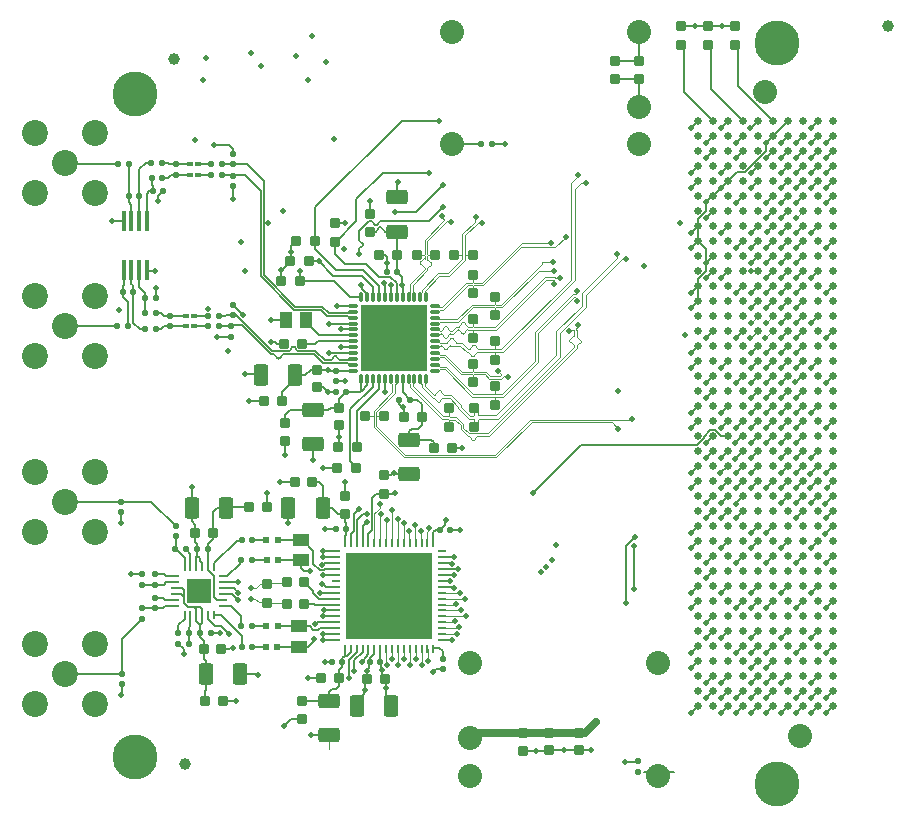
<source format=gtl>
G04 Layer_Physical_Order=1*
G04 Layer_Color=255*
%FSLAX25Y25*%
%MOIN*%
G70*
G01*
G75*
%ADD10C,0.00500*%
%ADD11C,0.00400*%
G04:AMPARAMS|DCode=12|XSize=20mil|YSize=20mil|CornerRadius=6mil|HoleSize=0mil|Usage=FLASHONLY|Rotation=90.000|XOffset=0mil|YOffset=0mil|HoleType=Round|Shape=RoundedRectangle|*
%AMROUNDEDRECTD12*
21,1,0.02000,0.00800,0,0,90.0*
21,1,0.00800,0.02000,0,0,90.0*
1,1,0.01200,0.00400,0.00400*
1,1,0.01200,0.00400,-0.00400*
1,1,0.01200,-0.00400,-0.00400*
1,1,0.01200,-0.00400,0.00400*
%
%ADD12ROUNDEDRECTD12*%
G04:AMPARAMS|DCode=13|XSize=20mil|YSize=20mil|CornerRadius=6mil|HoleSize=0mil|Usage=FLASHONLY|Rotation=180.000|XOffset=0mil|YOffset=0mil|HoleType=Round|Shape=RoundedRectangle|*
%AMROUNDEDRECTD13*
21,1,0.02000,0.00800,0,0,180.0*
21,1,0.00800,0.02000,0,0,180.0*
1,1,0.01200,-0.00400,0.00400*
1,1,0.01200,0.00400,0.00400*
1,1,0.01200,0.00400,-0.00400*
1,1,0.01200,-0.00400,-0.00400*
%
%ADD13ROUNDEDRECTD13*%
%ADD14O,0.01575X0.07087*%
%ADD15R,0.01969X0.01181*%
G04:AMPARAMS|DCode=16|XSize=71mil|YSize=47mil|CornerRadius=7.99mil|HoleSize=0mil|Usage=FLASHONLY|Rotation=90.000|XOffset=0mil|YOffset=0mil|HoleType=Round|Shape=RoundedRectangle|*
%AMROUNDEDRECTD16*
21,1,0.07100,0.03102,0,0,90.0*
21,1,0.05502,0.04700,0,0,90.0*
1,1,0.01598,0.01551,0.02751*
1,1,0.01598,0.01551,-0.02751*
1,1,0.01598,-0.01551,-0.02751*
1,1,0.01598,-0.01551,0.02751*
%
%ADD16ROUNDEDRECTD16*%
G04:AMPARAMS|DCode=17|XSize=35mil|YSize=34mil|CornerRadius=9.01mil|HoleSize=0mil|Usage=FLASHONLY|Rotation=90.000|XOffset=0mil|YOffset=0mil|HoleType=Round|Shape=RoundedRectangle|*
%AMROUNDEDRECTD17*
21,1,0.03500,0.01598,0,0,90.0*
21,1,0.01698,0.03400,0,0,90.0*
1,1,0.01802,0.00799,0.00849*
1,1,0.01802,0.00799,-0.00849*
1,1,0.01802,-0.00799,-0.00849*
1,1,0.01802,-0.00799,0.00849*
%
%ADD17ROUNDEDRECTD17*%
G04:AMPARAMS|DCode=18|XSize=35mil|YSize=34mil|CornerRadius=9.01mil|HoleSize=0mil|Usage=FLASHONLY|Rotation=0.000|XOffset=0mil|YOffset=0mil|HoleType=Round|Shape=RoundedRectangle|*
%AMROUNDEDRECTD18*
21,1,0.03500,0.01598,0,0,0.0*
21,1,0.01698,0.03400,0,0,0.0*
1,1,0.01802,0.00849,-0.00799*
1,1,0.01802,-0.00849,-0.00799*
1,1,0.01802,-0.00849,0.00799*
1,1,0.01802,0.00849,0.00799*
%
%ADD18ROUNDEDRECTD18*%
G04:AMPARAMS|DCode=19|XSize=71mil|YSize=47mil|CornerRadius=7.99mil|HoleSize=0mil|Usage=FLASHONLY|Rotation=180.000|XOffset=0mil|YOffset=0mil|HoleType=Round|Shape=RoundedRectangle|*
%AMROUNDEDRECTD19*
21,1,0.07100,0.03102,0,0,180.0*
21,1,0.05502,0.04700,0,0,180.0*
1,1,0.01598,-0.02751,0.01551*
1,1,0.01598,0.02751,0.01551*
1,1,0.01598,0.02751,-0.01551*
1,1,0.01598,-0.02751,-0.01551*
%
%ADD19ROUNDEDRECTD19*%
G04:AMPARAMS|DCode=20|XSize=35mil|YSize=31mil|CornerRadius=6.05mil|HoleSize=0mil|Usage=FLASHONLY|Rotation=90.000|XOffset=0mil|YOffset=0mil|HoleType=Round|Shape=RoundedRectangle|*
%AMROUNDEDRECTD20*
21,1,0.03500,0.01891,0,0,90.0*
21,1,0.02291,0.03100,0,0,90.0*
1,1,0.01209,0.00946,0.01146*
1,1,0.01209,0.00946,-0.01146*
1,1,0.01209,-0.00946,-0.01146*
1,1,0.01209,-0.00946,0.01146*
%
%ADD20ROUNDEDRECTD20*%
G04:AMPARAMS|DCode=21|XSize=35mil|YSize=34mil|CornerRadius=5.95mil|HoleSize=0mil|Usage=FLASHONLY|Rotation=90.000|XOffset=0mil|YOffset=0mil|HoleType=Round|Shape=RoundedRectangle|*
%AMROUNDEDRECTD21*
21,1,0.03500,0.02210,0,0,90.0*
21,1,0.02310,0.03400,0,0,90.0*
1,1,0.01190,0.01105,0.01155*
1,1,0.01190,0.01105,-0.01155*
1,1,0.01190,-0.01105,-0.01155*
1,1,0.01190,-0.01105,0.01155*
%
%ADD21ROUNDEDRECTD21*%
G04:AMPARAMS|DCode=22|XSize=35mil|YSize=31mil|CornerRadius=6.05mil|HoleSize=0mil|Usage=FLASHONLY|Rotation=0.000|XOffset=0mil|YOffset=0mil|HoleType=Round|Shape=RoundedRectangle|*
%AMROUNDEDRECTD22*
21,1,0.03500,0.01891,0,0,0.0*
21,1,0.02291,0.03100,0,0,0.0*
1,1,0.01209,0.01146,-0.00946*
1,1,0.01209,-0.01146,-0.00946*
1,1,0.01209,-0.01146,0.00946*
1,1,0.01209,0.01146,0.00946*
%
%ADD22ROUNDEDRECTD22*%
G04:AMPARAMS|DCode=23|XSize=55mil|YSize=43mil|CornerRadius=7.96mil|HoleSize=0mil|Usage=FLASHONLY|Rotation=90.000|XOffset=0mil|YOffset=0mil|HoleType=Round|Shape=RoundedRectangle|*
%AMROUNDEDRECTD23*
21,1,0.05500,0.02709,0,0,90.0*
21,1,0.03909,0.04300,0,0,90.0*
1,1,0.01591,0.01355,0.01955*
1,1,0.01591,0.01355,-0.01955*
1,1,0.01591,-0.01355,-0.01955*
1,1,0.01591,-0.01355,0.01955*
%
%ADD23ROUNDEDRECTD23*%
G04:AMPARAMS|DCode=24|XSize=35mil|YSize=34mil|CornerRadius=5.95mil|HoleSize=0mil|Usage=FLASHONLY|Rotation=0.000|XOffset=0mil|YOffset=0mil|HoleType=Round|Shape=RoundedRectangle|*
%AMROUNDEDRECTD24*
21,1,0.03500,0.02210,0,0,0.0*
21,1,0.02310,0.03400,0,0,0.0*
1,1,0.01190,0.01155,-0.01105*
1,1,0.01190,-0.01155,-0.01105*
1,1,0.01190,-0.01155,0.01105*
1,1,0.01190,0.01155,0.01105*
%
%ADD24ROUNDEDRECTD24*%
%ADD25O,0.01102X0.03347*%
%ADD26R,0.22047X0.22047*%
%ADD27O,0.03347X0.01102*%
%ADD28R,0.02362X0.01969*%
%ADD29O,0.03150X0.00787*%
%ADD30O,0.00787X0.03150*%
%ADD31R,0.08268X0.08268*%
G04:AMPARAMS|DCode=32|XSize=55mil|YSize=43mil|CornerRadius=7.96mil|HoleSize=0mil|Usage=FLASHONLY|Rotation=180.000|XOffset=0mil|YOffset=0mil|HoleType=Round|Shape=RoundedRectangle|*
%AMROUNDEDRECTD32*
21,1,0.05500,0.02709,0,0,180.0*
21,1,0.03909,0.04300,0,0,180.0*
1,1,0.01591,-0.01955,0.01355*
1,1,0.01591,0.01955,0.01355*
1,1,0.01591,0.01955,-0.01355*
1,1,0.01591,-0.01955,-0.01355*
%
%ADD32ROUNDEDRECTD32*%
%ADD33R,0.29134X0.29134*%
%ADD34O,0.03150X0.00906*%
%ADD35O,0.00906X0.03150*%
%ADD36C,0.02520*%
%ADD37C,0.00000*%
%ADD38C,0.02500*%
%ADD39C,0.03937*%
%ADD40C,0.08000*%
%ADD41C,0.15000*%
%ADD42C,0.08661*%
%ADD43C,0.02000*%
%ADD44C,0.01969*%
D10*
X592650Y744950D02*
G03*
X591900Y744200I0J-750D01*
G01*
X592650Y744950D02*
G03*
X592650Y746450I0J750D01*
G01*
X591900Y747200D02*
G03*
X592650Y746450I750J0D01*
G01*
X597009Y752850D02*
G03*
X598509Y752850I750J0D01*
G01*
X597009D02*
G03*
X596259Y753600I-750J0D01*
G01*
X599259D02*
G03*
X598509Y752850I0J-750D01*
G01*
X564552Y708450D02*
G03*
X566052Y708450I750J0D01*
G01*
X564552D02*
G03*
X563802Y709200I-750J0D01*
G01*
X566802D02*
G03*
X566052Y708450I0J-750D01*
G01*
X568717Y710200D02*
G03*
X569467Y710950I0J750D01*
G01*
X570967D02*
G03*
X569467Y710950I-750J0D01*
G01*
X582609Y707126D02*
G03*
X583359Y707876I0J750D01*
G01*
X584859D02*
G03*
X585609Y707126I750J0D01*
G01*
X584859Y707876D02*
G03*
X583359Y707876I-750J0D01*
G01*
X570967Y710950D02*
G03*
X571717Y710200I750J0D01*
G01*
X597600Y750100D02*
G03*
X598350Y750850I0J750D01*
G01*
X599850D02*
G03*
X600600Y750100I750J0D01*
G01*
X599850Y750850D02*
G03*
X598350Y750850I-750J0D01*
G01*
X747700Y654700D02*
X750000Y657000D01*
X747700Y624700D02*
X750000Y627000D01*
X702700Y764700D02*
X705000Y767000D01*
X727600Y776899D02*
Y779600D01*
X720791Y770090D02*
X727600Y776899D01*
X718090Y770090D02*
X720791D01*
X705000Y734299D02*
X707600Y736899D01*
Y760100D02*
X707725Y760225D01*
X702600Y609600D02*
X705000Y612000D01*
X742600Y594600D02*
X745000Y597000D01*
X747600Y729600D02*
X750000Y732000D01*
X747600Y589600D02*
X750000Y592000D01*
X742600Y589600D02*
X745000Y592000D01*
X737600Y589600D02*
X740000Y592000D01*
X732600Y589600D02*
X735000Y592000D01*
X727600Y589600D02*
X730000Y592000D01*
X722600Y589600D02*
X725000Y592000D01*
X717600Y589600D02*
X720000Y592000D01*
X712600Y589600D02*
X715000Y592000D01*
X702600Y589600D02*
X705000Y592000D01*
X707600Y594600D02*
X710000Y597000D01*
X712600Y594600D02*
X715000Y597000D01*
X717600Y594600D02*
X720000Y597000D01*
X722600Y594600D02*
X725000Y597000D01*
X727600Y594600D02*
X730000Y597000D01*
X737600Y594600D02*
X740000Y597000D01*
X747600Y594600D02*
X750000Y597000D01*
X742600Y599600D02*
X745000Y602000D01*
X732600Y599600D02*
X735000Y602000D01*
X727600Y599600D02*
X730000Y602000D01*
X722600Y599600D02*
X725000Y602000D01*
X712600Y599600D02*
X715000Y602000D01*
X707600Y599600D02*
X710000Y602000D01*
X702600Y604600D02*
X705000Y607000D01*
X722600Y604600D02*
X725000Y607000D01*
X727600Y604600D02*
X730000Y607000D01*
X747600Y609600D02*
X750000Y612000D01*
X737600Y609600D02*
X740000Y612000D01*
X727600Y609600D02*
X730000Y612000D01*
X722600Y609600D02*
X725000Y612000D01*
X717600Y609600D02*
X720000Y612000D01*
X722600Y614600D02*
X725000Y617000D01*
X707600Y614600D02*
X710000Y617000D01*
X712600Y614600D02*
X715000Y617000D01*
X732600Y614600D02*
X735000Y617000D01*
X742600Y614600D02*
X745000Y617000D01*
X707600Y619600D02*
X710000Y622000D01*
X702600Y624600D02*
X705000Y627000D01*
X717600Y624600D02*
X720000Y627000D01*
X722600Y624600D02*
X725000Y627000D01*
X727600Y624600D02*
X730000Y627000D01*
X737600Y624600D02*
X740000Y627000D01*
X742600Y629600D02*
X745000Y632000D01*
X732600Y629600D02*
X735000Y632000D01*
X722600Y629600D02*
X725000Y632000D01*
X712600Y629600D02*
X715000Y632000D01*
X702600Y629600D02*
X705000Y632000D01*
X707600Y634600D02*
X710000Y637000D01*
X747600Y639600D02*
X750000Y642000D01*
X737600Y639600D02*
X740000Y642000D01*
X727600Y639600D02*
X730000Y642000D01*
X717600Y639600D02*
X720000Y642000D01*
X707600Y639600D02*
X710000Y642000D01*
X702600Y644600D02*
X705000Y647000D01*
X712600Y644600D02*
X715000Y647000D01*
X722600Y644600D02*
X725000Y647000D01*
X732600Y644600D02*
X735000Y647000D01*
X742600Y644600D02*
X745000Y647000D01*
X727600Y649600D02*
X730000Y652000D01*
X722600Y649600D02*
X725000Y652000D01*
X712600Y654600D02*
X715000Y657000D01*
X717600Y654600D02*
X720000Y657000D01*
X737600Y654600D02*
X740000Y657000D01*
X727600Y664600D02*
X730000Y667000D01*
X722600Y664600D02*
X725000Y667000D01*
X712600Y659600D02*
X715000Y662000D01*
X707600Y659600D02*
X710000Y662000D01*
X702600Y664600D02*
X705000Y667000D01*
X717600Y669600D02*
X720000Y672000D01*
X737600Y669600D02*
X740000Y672000D01*
X747600Y669600D02*
X750000Y672000D01*
X742600Y674600D02*
X745000Y677000D01*
X732600Y674600D02*
X735000Y677000D01*
X727600Y679600D02*
X730000Y682000D01*
X702600Y684600D02*
X705000Y687000D01*
X717600Y684600D02*
X720000Y687000D01*
X722600Y684600D02*
X725000Y687000D01*
X737600Y684600D02*
X740000Y687000D01*
X747600Y684600D02*
X750000Y687000D01*
X742600Y689600D02*
X745000Y692000D01*
X732600Y689600D02*
X735000Y692000D01*
X722600Y689600D02*
X725000Y692000D01*
X712600Y689600D02*
X715000Y692000D01*
X702600Y689600D02*
X705000Y692000D01*
X707600Y694600D02*
X710000Y697000D01*
X727600Y694600D02*
X730000Y697000D01*
X747600Y699600D02*
X750000Y702000D01*
X717600Y699600D02*
X720000Y702000D01*
X702600Y704600D02*
X705000Y707000D01*
X712600Y704600D02*
X715000Y707000D01*
X722600Y704600D02*
X725000Y707000D01*
X732600Y704600D02*
X735000Y707000D01*
X742600Y704600D02*
X745000Y707000D01*
X747600Y714600D02*
X750000Y717000D01*
X742600Y719600D02*
X745000Y722000D01*
X737600Y714600D02*
X740000Y717000D01*
X732600Y719600D02*
X735000Y722000D01*
X727600Y724600D02*
X730000Y727000D01*
X737600Y729600D02*
X740000Y732000D01*
X722600Y729600D02*
X725000Y732000D01*
X717600Y729600D02*
X720000Y732000D01*
X707600Y734600D02*
X710000Y737000D01*
X712600Y734600D02*
X715000Y737000D01*
X742600Y734600D02*
X745000Y737000D01*
X707600Y739600D02*
X710000Y742000D01*
X737600Y744600D02*
X740000Y747000D01*
X747600Y744600D02*
X750000Y747000D01*
X742600Y749600D02*
X745000Y752000D01*
X707600Y754600D02*
X710000Y757000D01*
X737600Y759600D02*
X740000Y762000D01*
X727600Y759600D02*
X730000Y762000D01*
X717600Y759600D02*
X720000Y762000D01*
X742600Y764600D02*
X745000Y767000D01*
X742600Y769600D02*
X745000Y772000D01*
X732600Y769600D02*
X735000Y772000D01*
X712600Y769600D02*
X715000Y772000D01*
X717600Y774600D02*
X720000Y777000D01*
X727600Y774600D02*
X730000Y777000D01*
X737600Y774600D02*
X740000Y777000D01*
X747600Y774600D02*
X750000Y777000D01*
X747600Y779600D02*
X750000Y782000D01*
X717600Y779600D02*
X720000Y782000D01*
X707600Y779600D02*
X710000Y782000D01*
X739800Y787000D02*
X740000D01*
X742600Y784600D02*
X745000Y787000D01*
X722600Y784700D02*
X724900Y787000D01*
X725000D01*
X712600Y784600D02*
X715000Y787000D01*
X702700Y784700D02*
X705000Y787000D01*
X747300Y649300D02*
X750000Y652000D01*
X589988Y703673D02*
X589988Y703673D01*
X606622Y696478D02*
Y700819D01*
X589200Y673450D02*
X591150Y671500D01*
Y671300D02*
Y671500D01*
X604850Y736700D02*
X606500Y735050D01*
X578600Y740200D02*
X583431Y735369D01*
X575500Y740200D02*
X578600D01*
X559242Y735179D02*
X570421Y724000D01*
X712650Y664700D02*
X714950Y667000D01*
X715000D01*
X742500Y669400D02*
X745000Y671900D01*
Y672000D01*
X712500Y669500D02*
X715000Y672000D01*
X718396Y798604D02*
X730000Y787000D01*
X709396Y797605D02*
X720000Y787000D01*
X700395Y796604D02*
X710000Y787000D01*
X747900Y664700D02*
X750000Y666800D01*
Y667000D01*
X742400Y664700D02*
X742550D01*
X744850Y667000D01*
X717400Y674400D02*
X720000Y677000D01*
X719850Y682000D02*
X720000D01*
X717550Y679700D02*
X719850Y682000D01*
X744850Y667000D02*
X745000D01*
X712800Y684750D02*
X715000Y686950D01*
Y687000D01*
X515275Y772475D02*
X515300Y772500D01*
X515250Y762000D02*
X515275Y762025D01*
X531000Y769000D02*
X535622D01*
X538378D02*
X542750D01*
X538378Y772500D02*
X542750D01*
X542750Y772500D01*
X520800Y723000D02*
Y728000D01*
X529000Y722000D02*
X534244D01*
X529000Y718500D02*
X534244D01*
X537000D02*
X541750D01*
X581975Y722874D02*
X588272D01*
X550000Y768750D02*
X550534Y769284D01*
X546250Y772500D02*
X550000D01*
X546250Y769000D02*
X546375Y768875D01*
X549875D01*
X550000Y768750D01*
X588756Y707610D02*
X589988D01*
X588756Y705642D02*
X589988D01*
X588272Y706126D02*
X588756Y705642D01*
X577535Y710200D02*
X580609Y707126D01*
X732600Y749600D02*
X735000Y752000D01*
X727600Y754600D02*
X730000Y757000D01*
X707584Y740274D02*
Y744416D01*
X705000Y747000D02*
X707584Y744416D01*
X717600Y744600D02*
X720000Y747000D01*
X705000Y732000D02*
Y734299D01*
X702600Y729600D02*
X705000Y732000D01*
X522800Y660100D02*
X530900Y652000D01*
X512900Y614250D02*
X519700Y621050D01*
X512800Y653100D02*
Y656600D01*
X543743Y639523D02*
X551250Y647030D01*
X552830D01*
X543743Y638342D02*
Y639523D01*
X556500Y647200D02*
X561131D01*
X561131Y647200D01*
X556350Y640700D02*
X561232D01*
X561232Y640700D01*
X531850Y618969D02*
X533900Y621019D01*
Y622200D01*
X531850Y616400D02*
Y618969D01*
X556450Y611739D02*
X560931D01*
X533900Y638342D02*
Y641150D01*
X535869Y638342D02*
Y642682D01*
X534350Y644200D02*
X535869Y642682D01*
X535350Y612700D02*
Y616400D01*
X539100D02*
Y619000D01*
X542600Y616400D02*
X545600D01*
X531850Y612700D02*
X533600Y610950D01*
Y609200D02*
Y610950D01*
X538150Y644193D02*
X538200Y644143D01*
Y642000D02*
Y644143D01*
X547700Y658100D02*
X547736Y658136D01*
X555400D01*
X546892Y635192D02*
X548073D01*
X552316Y639435D01*
Y640166D01*
X536300Y658100D02*
Y665000D01*
X578751Y627716D02*
X584482D01*
X581950Y593650D02*
X582000Y593600D01*
X605500Y692727D02*
Y694100D01*
X584312Y700173D02*
X587473D01*
X585100Y678200D02*
X585500Y678600D01*
X567500Y675600D02*
Y680300D01*
X555246Y693446D02*
X560500D01*
X588272Y707126D02*
X588756Y707610D01*
X573250Y647200D02*
X576840Y643610D01*
Y639427D02*
Y643610D01*
X516200Y635800D02*
X519700D01*
X550245Y631255D02*
X551800Y629700D01*
X546892Y631255D02*
X550245D01*
X541774Y621019D02*
Y622200D01*
X546892Y629287D02*
X549675D01*
X544183Y618610D02*
X546129D01*
X548770Y615970D01*
X537837Y638342D02*
Y641637D01*
X549675Y629287D02*
X551762Y627200D01*
X539100Y619000D02*
X539806Y619705D01*
X534905Y625000D02*
X537200D01*
X533700Y626205D02*
X534905Y625000D01*
X541774Y621019D02*
X544183Y618610D01*
X533700Y626205D02*
Y628250D01*
X538975Y640353D02*
X539806Y639523D01*
X537837Y641637D02*
X538200Y642000D01*
X539806Y638342D02*
Y639523D01*
X561300Y658136D02*
Y663000D01*
X565786Y666600D02*
X570650D01*
X587336Y661800D02*
Y666664D01*
X579986Y671300D02*
X584850D01*
X568500Y653036D02*
Y657900D01*
X560242Y735593D02*
X570835Y725000D01*
X570421Y724000D02*
X579434D01*
X581560Y721874D01*
X579848Y725000D02*
X581975Y722874D01*
X580800Y606500D02*
X582950D01*
X558968Y702500D02*
X559269Y702200D01*
X554200Y702500D02*
X558968D01*
X562831Y720600D02*
X567600D01*
X569200Y740100D02*
Y740200D01*
X566300Y737200D02*
X569200Y740100D01*
X566200Y737200D02*
X566300D01*
X566200Y733500D02*
Y737200D01*
X584100Y753000D02*
X587450D01*
X550000Y725750D02*
X553500Y722250D01*
X699600Y818600D02*
X703850D01*
X699500Y818500D02*
X699600Y818600D01*
X677500Y806900D02*
X685500D01*
Y816622D01*
Y791622D02*
Y801000D01*
X747600Y759600D02*
X750000Y762000D01*
X732600Y764600D02*
X735000Y767000D01*
X707600Y699500D02*
Y699550D01*
X710000Y701950D02*
Y702000D01*
X707600Y699550D02*
X710000Y701950D01*
X722600Y669600D02*
X725000Y672000D01*
X702600Y669600D02*
X705000Y672000D01*
X544636Y715100D02*
X549500D01*
X537000Y722000D02*
X541750D01*
X521339Y737331D02*
X521769Y736900D01*
X523911D01*
X513647Y753684D02*
X513661Y753669D01*
X509600Y753684D02*
X513647D01*
X572500Y733500D02*
Y737100D01*
X611200Y756600D02*
X620200Y765600D01*
X591900Y750241D02*
X595259Y753600D01*
X584100Y746700D02*
X584300D01*
X524300Y728000D02*
X524325Y728025D01*
X575100Y601300D02*
X579500D01*
X524325Y728025D02*
Y731325D01*
X594811Y728181D02*
Y729303D01*
X593129Y730985D02*
X594811Y729303D01*
X586100Y711547D02*
X589988D01*
X586100Y717453D02*
X589988D01*
X574300Y720000D02*
Y720600D01*
Y720000D02*
X578816Y715484D01*
X577121Y709200D02*
X580195Y706126D01*
X587850Y696500D02*
X592500D01*
X550000Y761000D02*
Y765250D01*
X622900Y678000D02*
X626400D01*
X722600Y699600D02*
X725000Y702000D01*
X732600Y669600D02*
X735000Y672000D01*
X722600Y679600D02*
X725000Y682000D01*
X722600Y674600D02*
X725000Y677000D01*
X727600Y689600D02*
X730000Y692000D01*
X727600Y684600D02*
X730000Y687000D01*
X732600Y694600D02*
X735000Y697000D01*
X732600Y699600D02*
X735000Y702000D01*
X747600Y769600D02*
X750000Y772000D01*
X707600Y714600D02*
X710000Y717000D01*
X722600Y764600D02*
X725000Y767000D01*
X722600Y769600D02*
X725000Y772000D01*
X702600Y769600D02*
X705000Y772000D01*
X727600Y739600D02*
X730000Y742000D01*
X722600Y744600D02*
X725000Y747000D01*
X591300Y592100D02*
Y593431D01*
X593881Y596012D01*
X594168Y597400D02*
Y600268D01*
X599704Y601859D02*
Y603996D01*
X681000Y645333D02*
X683995Y648328D01*
X737600Y679600D02*
X740000Y682000D01*
X737600Y674600D02*
X740000Y677000D01*
X732600Y664600D02*
X735000Y667000D01*
X595394Y604750D02*
Y606244D01*
X595650Y606500D01*
X599147Y611082D02*
X599149Y611081D01*
X601197Y593603D02*
X602700Y592100D01*
X601197Y593603D02*
Y597611D01*
X737600Y664600D02*
X740000Y667000D01*
X737600Y659600D02*
X740000Y662000D01*
X727600Y709600D02*
X730000Y712000D01*
X702600Y709600D02*
X705000Y712000D01*
X722600Y724600D02*
X725000Y727000D01*
X737600Y769600D02*
X740000Y772000D01*
X717600Y714600D02*
X720000Y717000D01*
X747600Y764600D02*
X750000Y767000D01*
X732600Y709600D02*
X735000Y712000D01*
X732600Y714600D02*
X735000Y717000D01*
X737600Y704600D02*
X740000Y707000D01*
X737600Y709600D02*
X740000Y712000D01*
X727600Y704600D02*
X730000Y707000D01*
X727600Y699600D02*
X730000Y702000D01*
X747300Y659300D02*
X750000Y662000D01*
X717600Y659450D02*
X720000Y661850D01*
Y662000D01*
X717700Y664700D02*
X720000Y667000D01*
X722600Y694600D02*
X725000Y697000D01*
X737600Y689600D02*
X740000Y692000D01*
X737600Y694600D02*
X740000Y697000D01*
X712600Y674600D02*
X715000Y677000D01*
X707600Y674600D02*
X710000Y677000D01*
X704611Y678910D02*
X706910Y681209D01*
X710000Y681900D02*
Y682000D01*
X707700Y679600D02*
X710000Y681900D01*
X707700Y679500D02*
Y679600D01*
X706910Y681209D02*
Y681611D01*
X650000Y663000D02*
X665910Y678910D01*
X710876Y683910D02*
X712786Y682000D01*
X615400Y753600D02*
X620100Y758300D01*
X589305Y609960D02*
Y611082D01*
X619874Y639449D02*
X623544D01*
X580953Y631653D02*
X584482D01*
X580190Y641495D02*
X584482D01*
X580190Y613936D02*
X584482D01*
X619831Y637524D02*
X625066D01*
X580006Y639000D02*
X580533Y639527D01*
X593242Y609960D02*
Y611082D01*
X619758Y635629D02*
X623661D01*
X577756Y619400D02*
X578198Y619842D01*
X625066Y637524D02*
X625139Y637598D01*
X580190Y621810D02*
X584482D01*
X580190Y635590D02*
X584482D01*
X588045Y608700D02*
X589305Y609960D01*
X590373Y655811D02*
X592162Y657600D01*
X578198Y619842D02*
X584482D01*
X593242Y652042D02*
X594600Y653400D01*
X580533Y639527D02*
X584482D01*
X580321Y623779D02*
X584482D01*
X580190Y643464D02*
X584482D01*
X580006Y632600D02*
X580953Y631653D01*
X580190Y615905D02*
X584482D01*
X587336Y608700D02*
Y611082D01*
X591273Y609960D02*
Y611082D01*
X619758Y639566D02*
X619874Y639449D01*
X619758Y641535D02*
X623700D01*
X722600Y739600D02*
X725000Y742000D01*
X705000Y754299D02*
X707600Y756899D01*
X732600Y734600D02*
X735000Y737000D01*
X722600Y709600D02*
X725000Y712000D01*
X724950Y736950D02*
X725000Y737000D01*
X722750Y736950D02*
X724950D01*
X705000Y727000D02*
Y732000D01*
X702600Y724600D02*
X705000Y727000D01*
X707600Y774600D02*
X710000Y777000D01*
X737600Y779600D02*
X740000Y782000D01*
X715000Y751950D02*
Y752000D01*
X712600Y749550D02*
X715000Y751950D01*
X725000D02*
Y752000D01*
X722600Y749550D02*
X725000Y751950D01*
X702600Y749550D02*
X705000Y751950D01*
X712786Y682000D02*
X715000D01*
X665910Y678910D02*
X704611D01*
X709209Y683910D02*
X710876D01*
X742600Y774600D02*
X745000Y777000D01*
X742600Y779600D02*
X745000Y782000D01*
X702600Y744600D02*
X705000Y747000D01*
X576600Y679100D02*
X576700Y679200D01*
X704950Y652000D02*
X705000D01*
X709950Y657000D02*
X710000D01*
X739800Y702000D02*
X740000D01*
X665400Y577150D02*
X665550Y577300D01*
X620708Y652350D02*
Y653908D01*
X620900Y654100D01*
X599149Y606501D02*
Y611081D01*
X709750Y762000D02*
X710000D01*
X524325Y731325D02*
X524350Y731350D01*
X538975Y640353D02*
Y641225D01*
X538200Y642000D02*
X538975Y641225D01*
X576600Y674000D02*
Y679100D01*
X599400Y604300D02*
Y606250D01*
X722500Y784700D02*
X722600D01*
X737600Y699800D02*
X739800Y702000D01*
X747900Y664500D02*
Y664700D01*
X593881Y596012D02*
Y597113D01*
X594168Y597400D01*
X594800Y604156D02*
X595394Y604750D01*
X579600Y632600D02*
X580006D01*
X570669Y701000D02*
Y702200D01*
X552830Y647030D02*
X553000Y647200D01*
X549500Y718600D02*
Y718789D01*
X588272Y722874D02*
X588756Y723358D01*
X589988D01*
X588272Y721874D02*
X588756Y721390D01*
X589988D01*
X552316Y640166D02*
X552850Y640700D01*
X576831Y614231D02*
X577000Y614400D01*
X577350Y619400D02*
X577756D01*
X579600Y639000D02*
X580006D01*
X712800Y684700D02*
Y684750D01*
X717400Y679700D02*
X717550D01*
X683995Y648328D02*
Y648395D01*
X712600Y664700D02*
X712650D01*
X717600Y659300D02*
Y659450D01*
X742500Y669300D02*
Y669400D01*
X593129Y730985D02*
Y732026D01*
X592842Y732313D02*
X593129Y732026D01*
X655375Y583025D02*
X655400Y583050D01*
X515275Y762025D02*
Y772475D01*
X623000Y779122D02*
X632750D01*
X512800Y660100D02*
X522800D01*
X494050Y718500D02*
X511550D01*
X578816Y715484D02*
X589988D01*
X570835Y725000D02*
X579848D01*
X581560Y721874D02*
X588272D01*
X593242Y646318D02*
Y652042D01*
X706910Y681611D02*
X709209Y683910D01*
X681000Y626300D02*
Y645333D01*
X683700Y631087D02*
Y645192D01*
X677500Y801000D02*
X685500D01*
X604200Y756600D02*
X611200D01*
X742700Y659700D02*
X745000Y662000D01*
X700395Y796604D02*
Y811304D01*
X699500Y812200D02*
X700395Y811304D01*
X709396Y797605D02*
Y811454D01*
X708500Y812350D02*
X709396Y811454D01*
X717500Y812200D02*
X718396Y811304D01*
Y798604D02*
Y811304D01*
X717300Y818700D02*
X717500Y818500D01*
X606500Y732400D02*
Y735050D01*
X705000Y747000D02*
Y751950D01*
X707725Y760225D02*
X707975D01*
X709750Y762000D01*
X576880Y629586D02*
Y630170D01*
X573800Y633200D02*
X573850D01*
X576880Y630170D01*
Y629586D02*
X578751Y627716D01*
X579143Y617873D02*
X584482D01*
X512900Y602650D02*
Y614250D01*
X546700Y593500D02*
X550900D01*
X707584Y740274D02*
X707600Y740258D01*
Y756899D02*
Y759850D01*
X587336Y608700D02*
X588045D01*
X572900Y593650D02*
X581950D01*
X600995Y597813D02*
Y600568D01*
X580195Y706126D02*
X588272D01*
X703950Y818600D02*
X708450D01*
X600995Y597813D02*
X601197Y597611D01*
X537837Y620263D02*
X539100Y619000D01*
X646800Y583000D02*
X646825Y583025D01*
X665400Y583050D02*
X667350D01*
X599704Y601859D02*
X600663Y600900D01*
X600995Y600568D01*
X599400Y604300D02*
X599650Y604050D01*
X599704Y603996D01*
X599149Y606501D02*
X599150Y606500D01*
X599400Y606250D01*
X585500Y678600D02*
Y681700D01*
Y685500D01*
X601350Y736700D02*
Y739700D01*
X707600Y736899D02*
Y739600D01*
Y740258D01*
X705000Y751950D02*
Y752000D01*
Y754299D01*
X710000Y762000D02*
X712600Y764600D01*
X715000Y767000D01*
X718090Y770090D01*
X727600Y779600D02*
X730000Y782000D01*
X735000Y787000D01*
X665550Y577300D02*
X669400D01*
X523950Y628050D02*
X526750D01*
X527482Y627318D01*
X530750D01*
X526750Y624550D02*
X527550Y625350D01*
X530750D01*
X519750Y624550D02*
X523900D01*
X526750D01*
X530750Y631255D02*
X533145D01*
X533700Y630700D01*
Y628250D02*
Y630700D01*
X539806Y619705D02*
Y622200D01*
X584312Y703673D02*
X589988D01*
X530750Y629287D02*
X532663D01*
X533700Y628250D01*
X526900Y632300D02*
X527824Y633224D01*
X530750D01*
X519700Y632300D02*
X524000D01*
X526900D01*
X524000Y635800D02*
X527000D01*
X527608Y635192D01*
X530750D01*
X535869Y618579D02*
Y622200D01*
X535350Y616400D02*
Y618060D01*
X535869Y618579D01*
X537837Y620263D02*
Y622200D01*
X537200Y625000D02*
X539100D01*
X539806Y624295D01*
Y622200D02*
Y624295D01*
X537837Y622200D02*
Y624363D01*
X537200Y625000D02*
X537837Y624363D01*
X540300Y611000D02*
Y613700D01*
X539100Y614900D02*
X540300Y613700D01*
X539100Y614900D02*
Y616400D01*
X540300Y607646D02*
Y611000D01*
X541000Y602500D02*
Y606946D01*
X540300Y607646D02*
X541000Y606946D01*
Y597400D02*
Y602500D01*
X540800Y597200D02*
X541000Y597400D01*
X540800Y593500D02*
Y597200D01*
X552400Y602500D02*
X558300D01*
X558500Y602300D01*
X646800Y577100D02*
X651100D01*
X655450Y577150D02*
X660500D01*
X665400D01*
X548900Y611200D02*
X550000D01*
X548700Y611000D02*
X548900Y611200D01*
X546200Y611000D02*
X548700D01*
X543743Y622200D02*
X546100D01*
X552950Y615350D01*
Y611739D02*
Y615350D01*
X546892Y625350D02*
X549350D01*
X552850Y621850D01*
Y618489D02*
Y621850D01*
X558011Y618600D02*
X561064D01*
X557900Y618489D02*
X558011Y618600D01*
X556350Y618489D02*
X557900D01*
X578432Y617163D02*
X579143Y617873D01*
X576887Y617163D02*
X578432D01*
X572000Y618450D02*
X575600D01*
X576887Y617163D01*
X586450Y606500D02*
Y607814D01*
X587336Y608700D01*
X590413Y607131D02*
X593242Y609960D01*
X588650Y607337D02*
X591273Y609960D01*
X590413Y603500D02*
Y607131D01*
X588650Y601300D02*
Y607337D01*
X585400Y598700D02*
Y601300D01*
X584400Y597700D02*
X585400Y598700D01*
X583042Y597700D02*
X584400D01*
X582000Y596658D02*
X583042Y597700D01*
X582000Y593600D02*
Y596658D01*
X586450Y605000D02*
Y606500D01*
X585400Y601300D02*
Y603950D01*
X586450Y605000D01*
X594800Y603750D02*
Y604156D01*
X619058Y650700D02*
X620708Y652350D01*
X619718Y613936D02*
X622964D01*
X623100Y613800D01*
X619718Y631653D02*
X623247D01*
X623600Y631300D01*
X622353Y633621D02*
X622440Y633534D01*
X619718Y633621D02*
X622353D01*
X616864Y646318D02*
Y649914D01*
X617650Y650700D01*
X619058D01*
X622558D02*
X625500D01*
X625600Y650600D01*
X596350Y661250D02*
X597650Y662550D01*
X600300D01*
X603450D01*
X603900Y663000D01*
X606622Y696478D02*
X609000Y694100D01*
X611300D01*
X612900Y692500D01*
Y688344D02*
Y692500D01*
X608800Y680700D02*
X616206D01*
X617000Y679906D01*
Y678000D02*
Y679906D01*
X573200Y712600D02*
X577535D01*
X578451Y713516D01*
X589988D01*
X581900Y719400D02*
X581921Y719421D01*
X589988D01*
X584800Y725300D02*
X584827Y725327D01*
X589988D01*
X572500Y733500D02*
X583720D01*
X589039Y728181D01*
X592842D01*
X591900Y742700D02*
Y744200D01*
Y747200D02*
Y750241D01*
X595259Y753600D02*
X596259D01*
X599259D02*
X615400D01*
X583431Y735369D02*
X592949D01*
X596779Y731538D01*
Y728181D02*
Y731538D01*
X577350Y744350D02*
Y746900D01*
Y744350D02*
X584400Y737300D01*
X606622Y728181D02*
Y732278D01*
X606500Y732400D02*
X606622Y732278D01*
X602383Y735050D02*
X604654Y732780D01*
Y728181D02*
Y732780D01*
X584100Y742500D02*
X587350Y739250D01*
X584100Y742500D02*
Y746700D01*
X569200Y740200D02*
X569287Y740287D01*
Y745137D02*
X571050Y746900D01*
X569287Y740287D02*
Y743300D01*
Y745137D01*
X550000Y776000D02*
Y777500D01*
X543700Y778900D02*
X548600D01*
X550000Y777500D01*
X528300Y773000D02*
X528800Y772500D01*
X526250Y773000D02*
X528300D01*
X528800Y772500D02*
X535622D01*
X526500Y768000D02*
X528500D01*
X529500Y769000D01*
X531000D01*
X523000Y765750D02*
Y768000D01*
Y765750D02*
X523250Y765500D01*
Y763500D02*
Y765500D01*
X518750Y762000D02*
Y770850D01*
X520900Y773000D01*
X522750D01*
X515250Y760050D02*
Y762000D01*
Y760050D02*
X516221Y759080D01*
Y753669D02*
Y759080D01*
X518750Y753699D02*
X518780Y753669D01*
X518750Y753699D02*
Y762000D01*
X521339Y753669D02*
Y762629D01*
X522210Y763500D01*
X523250D01*
X494050Y773000D02*
X494550Y772500D01*
X511800D01*
X513661Y732311D02*
Y737331D01*
X513250Y731900D02*
X513661Y732311D01*
X513250Y730000D02*
Y731900D01*
X516221Y732666D02*
Y737331D01*
Y732666D02*
X516750Y732136D01*
Y730000D02*
Y732136D01*
X513250Y728250D02*
Y730000D01*
Y728250D02*
X515050Y726450D01*
Y718500D02*
Y726450D01*
X520800Y728000D02*
Y729750D01*
X523911Y736900D02*
X524011Y737000D01*
X518780Y731771D02*
X520800Y729750D01*
X518780Y731771D02*
Y737331D01*
X524300Y723000D02*
X526100D01*
X527100Y722000D01*
X529000D01*
X524300Y717500D02*
X526000D01*
X527000Y718500D01*
X529000D01*
X516750Y719750D02*
Y730000D01*
Y719750D02*
X519000Y717500D01*
X520800D01*
X553213Y718789D02*
X562802Y709200D01*
X545250Y718500D02*
X545350Y718600D01*
X549500D01*
X562802Y709200D02*
X563802D01*
X549500Y718789D02*
X553213D01*
X566802Y709200D02*
X577121D01*
X550000Y722250D02*
X551167D01*
X563217Y710200D01*
X547650Y722250D02*
X550000D01*
X547400Y722000D02*
X547650Y722250D01*
X545250Y722000D02*
X547400D01*
X563217Y710200D02*
X568717D01*
X580609Y707126D02*
X582609D01*
X571717Y710200D02*
X577535D01*
X585609Y707126D02*
X588272D01*
X562700Y713200D02*
X564000D01*
X564600Y712600D01*
X566900D01*
X566400Y693446D02*
Y696732D01*
X570669Y701000D01*
X567500Y686200D02*
Y689100D01*
X569000Y690600D01*
X576700D01*
X581809D01*
X582609Y691400D01*
X585500D01*
Y694150D01*
X587850Y696500D01*
X591400Y678200D02*
Y690200D01*
X598748Y697548D01*
Y700819D01*
X589200Y673450D02*
Y690800D01*
X596779Y698380D01*
Y700819D01*
X594811Y698811D02*
Y700819D01*
X592899Y696899D02*
X594811Y698811D01*
X592500Y696500D02*
X592899Y696899D01*
X592842Y696955D02*
Y700819D01*
Y696955D02*
X592899Y696899D01*
X581677Y696700D02*
X581878Y696500D01*
X584350D01*
X578200Y698200D02*
X580177D01*
X581677Y696700D01*
X575927Y704100D02*
X578200D01*
X570669Y702200D02*
X574027D01*
X575927Y704100D01*
X576550Y666600D02*
X578700D01*
X579900Y665400D01*
Y657900D02*
Y665400D01*
Y657900D02*
X583000D01*
X585000Y655900D01*
X587336D01*
Y653214D02*
Y655900D01*
Y653214D02*
X587750Y652800D01*
Y651000D02*
Y652800D01*
Y649100D02*
Y651000D01*
X587336Y646318D02*
Y648686D01*
X587750Y649100D01*
X580600Y651100D02*
X580700Y651000D01*
X584250D01*
X576840Y639427D02*
X578917Y637350D01*
X580283D01*
X580492Y637558D01*
X584482D01*
X572600Y638000D02*
Y640550D01*
Y638000D02*
X573600Y637000D01*
X575800D01*
X568050Y647250D02*
X572600D01*
X568000Y647200D02*
X568050Y647250D01*
X565068Y647200D02*
X568000D01*
X572550D02*
X573250D01*
X568050Y640550D02*
X572600D01*
X567900Y640700D02*
X568050Y640550D01*
X565169Y640700D02*
X567900D01*
X574136Y626000D02*
X577074D01*
X577300Y625774D01*
X573800Y626000D02*
X574136D01*
X574388Y625747D01*
X577300Y625774D02*
X581074D01*
X581100Y625747D01*
X584482D01*
X573800Y626336D02*
X574136Y626000D01*
X579100Y629700D02*
X579116Y629684D01*
X584482D01*
X567350Y618450D02*
X572000D01*
X567200Y618600D02*
X567350Y618450D01*
X565001Y618600D02*
X567200D01*
X549876Y633300D02*
X551800D01*
X549800Y633224D02*
X549876Y633300D01*
X546892Y633224D02*
X549800D01*
X543743Y628158D02*
X544582Y627318D01*
X546892D01*
X541650Y641024D02*
Y644193D01*
Y641024D02*
X541774Y640900D01*
X541650Y644193D02*
Y646000D01*
X543250Y647600D01*
Y649600D01*
X537350Y646673D02*
Y649600D01*
Y646673D02*
X538150Y645873D01*
Y644193D02*
Y645873D01*
X537350Y649600D02*
Y652407D01*
X536300Y653457D02*
Y658100D01*
Y653457D02*
X537350Y652407D01*
X543250Y649600D02*
Y656550D01*
X544800Y658100D01*
X547700D01*
X494050Y660000D02*
X494150Y660100D01*
X512800D01*
X494000Y602500D02*
X494150Y602650D01*
X512900D01*
X512700Y595500D02*
X512900Y595700D01*
Y599150D01*
X530900Y644150D02*
X533900Y641150D01*
X530900Y644150D02*
Y648500D01*
X541774Y637161D02*
X543743Y635192D01*
X564868Y611739D02*
X566700D01*
X543743Y628158D02*
Y635192D01*
X566700Y611739D02*
X566711Y611750D01*
X572000D01*
X572003Y611847D02*
X572586Y612395D01*
X576831Y613419D02*
Y614231D01*
X572000Y611750D02*
X575162D01*
X576831Y613419D01*
X571900Y611850D02*
X572003Y611847D01*
X703900Y818650D02*
X703950Y818600D01*
X703850D02*
X703900Y818650D01*
X708450Y818600D02*
X708500Y818650D01*
X708550Y818700D01*
X713100D01*
X717300D01*
X576100Y582300D02*
X576200Y582200D01*
X582000D01*
X581685Y703889D02*
X581900Y703673D01*
X584312D01*
X541774Y637161D02*
Y638342D01*
Y640900D01*
X581900Y709500D02*
X581979Y709579D01*
X589988D01*
X602685Y728181D02*
X602700Y728196D01*
X578200Y704100D02*
X578411Y703889D01*
X581685D01*
X602685Y732385D02*
X602700Y732400D01*
X602685Y728181D02*
Y732385D01*
X587350Y739250D02*
X594466D01*
X598666Y735050D01*
X602383D01*
X600716Y728181D02*
Y732007D01*
X600587Y732136D02*
X600716Y732007D01*
X600587Y732136D02*
Y732270D01*
X584400Y737300D02*
X593496D01*
X598748Y732048D01*
Y728181D02*
Y732048D01*
X600587Y732270D02*
X600716Y732400D01*
X598850Y742200D02*
X600700D01*
X601350Y741550D01*
Y739700D02*
Y741550D01*
X604750Y739000D02*
Y742200D01*
Y739000D02*
X604850Y738900D01*
Y736700D02*
Y738900D01*
X604750Y742200D02*
Y745535D01*
X604700Y745585D02*
X604750Y745535D01*
X604700Y745585D02*
Y750100D01*
X737600Y764600D02*
X740000Y767000D01*
X722700Y736900D02*
X722750Y736950D01*
X732700Y659700D02*
X735000Y662000D01*
X732600Y659700D02*
X732700D01*
X603600Y669600D02*
X603900Y669300D01*
X608800D01*
X600300Y668850D02*
X602850D01*
X603600Y669600D01*
X600708Y696486D02*
X600716Y696494D01*
Y700819D01*
X604700Y761500D02*
Y766100D01*
X605200Y766600D01*
X732600Y744600D02*
X735000Y747000D01*
X732600Y739600D02*
X735000Y742000D01*
X737600Y749600D02*
X740000Y752000D01*
X727600Y744600D02*
X730000Y747000D01*
X732600Y754600D02*
X735000Y757000D01*
X732600Y759600D02*
X735000Y762000D01*
X732600Y724600D02*
X735000Y727000D01*
X732600Y729600D02*
X735000Y732000D01*
X732600Y774600D02*
X735000Y777000D01*
X732600Y779600D02*
X735000Y782000D01*
X737600Y739600D02*
X740000Y742000D01*
X737600Y734600D02*
X740000Y737000D01*
X727600Y729600D02*
X730000Y732000D01*
X727600Y734600D02*
X730000Y737000D01*
X737600Y724600D02*
X740000Y727000D01*
X737600Y719600D02*
X740000Y722000D01*
X702600Y749500D02*
Y749550D01*
X712600Y749500D02*
Y749550D01*
X722600Y749500D02*
Y749550D01*
X727900Y749900D02*
X730000Y752000D01*
X732600Y679600D02*
X735000Y682000D01*
X732600Y684600D02*
X735000Y687000D01*
X550000Y772500D02*
X554600D01*
X560242Y766858D01*
Y735593D02*
Y766858D01*
X550943Y768875D02*
X553925D01*
X559242Y763558D01*
Y735179D02*
Y763558D01*
X550534Y769284D02*
X550943Y768875D01*
X577350Y746900D02*
Y758130D01*
X606269Y787049D01*
X618651D01*
X584300Y746700D02*
X591100Y753500D01*
X595700Y758600D02*
Y760300D01*
X595600Y758500D02*
X595700Y758600D01*
X595600Y756000D02*
Y758500D01*
X591100Y753500D02*
Y760850D01*
X599950Y769700D01*
X615400D01*
X607000Y688344D02*
Y691227D01*
X576600Y674000D02*
X576700Y673900D01*
X651100Y577100D02*
X655400D01*
X655450Y577150D01*
X702600Y649650D02*
X704950Y652000D01*
X605500Y692727D02*
X607000Y691227D01*
X707600Y654650D02*
X709950Y657000D01*
X707600Y759850D02*
X707975Y760225D01*
X608800Y680700D02*
Y683600D01*
X609600Y684400D01*
X611600D01*
X612900Y685700D01*
Y688344D01*
X595600Y750100D02*
X597600D01*
X600600D02*
X604700D01*
X591273Y646318D02*
Y653873D01*
X593233Y655833D01*
X594700D01*
X589305Y646318D02*
Y649205D01*
X590373Y650273D01*
Y655811D01*
X595210Y646318D02*
Y649418D01*
X596350Y650558D01*
Y661250D01*
X594750Y608804D02*
X595210Y609264D01*
Y611082D01*
X592900Y606600D02*
X594750Y608450D01*
Y608804D01*
X595650Y606500D02*
Y607850D01*
X597179Y609379D01*
Y611082D01*
X594168Y600268D02*
X594800Y600900D01*
Y603750D01*
X525187Y761937D02*
X526750Y763500D01*
X525187Y760487D02*
Y761937D01*
X524900Y760200D02*
X525187Y760487D01*
X680600Y573175D02*
X685300D01*
X620000Y607700D02*
Y610122D01*
X618829Y611293D02*
X620000Y610122D01*
X616864Y611082D02*
Y611106D01*
X617051Y611293D01*
X618829D01*
X617800Y604200D02*
X620000D01*
X616800Y603200D02*
X617800Y604200D01*
X691703Y569907D02*
X696993D01*
X687157D02*
X691703D01*
X687100Y569850D02*
X687157Y569907D01*
X629203Y581219D02*
X630384Y582400D01*
X696993Y569907D02*
X697000Y569900D01*
X567000Y585200D02*
X569550Y587750D01*
X572900D01*
X636250Y779122D02*
X636328Y779200D01*
X640600D01*
D11*
X617872Y693920D02*
G03*
X617122Y694670I-750J0D01*
G01*
X617872Y693920D02*
G03*
X619372Y693920I750J0D01*
G01*
X620122Y694670D02*
G03*
X619372Y693920I0J-750D01*
G01*
X617495Y695570D02*
G03*
X618245Y696320I0J750D01*
G01*
X619745D02*
G03*
X620495Y695570I750J0D01*
G01*
X619745Y696320D02*
G03*
X618245Y696320I-750J0D01*
G01*
X613950Y738076D02*
G03*
X613200Y738826I-750J0D01*
G01*
Y740326D02*
G03*
X613200Y738826I0J-750D01*
G01*
Y740326D02*
G03*
X613950Y741076I0J750D01*
G01*
X615600Y738453D02*
G03*
X614850Y737703I0J-750D01*
G01*
X615600Y738453D02*
G03*
X615600Y739953I0J750D01*
G01*
X614850Y740703D02*
G03*
X615600Y739953I750J0D01*
G01*
X629526Y681200D02*
G03*
X631026Y681200I750J0D01*
G01*
X629526D02*
G03*
X628776Y681950I-750J0D01*
G01*
X631776D02*
G03*
X631026Y681200I0J-750D01*
G01*
X664700Y714821D02*
G03*
X665450Y714072I750J0D01*
G01*
Y712571D02*
G03*
X664700Y711822I0J-750D01*
G01*
X665450Y712571D02*
G03*
X665450Y714072I0J750D01*
G01*
X663050Y714444D02*
G03*
X663050Y712944I0J-750D01*
G01*
X663800Y712194D02*
G03*
X663050Y712944I-750J0D01*
G01*
Y714444D02*
G03*
X663800Y715194I0J750D01*
G01*
X620308Y715269D02*
G03*
X619558Y716018I-750J0D01*
G01*
X620308Y715269D02*
G03*
X621808Y715269I750J0D01*
G01*
X622558Y716018D02*
G03*
X621808Y715269I0J-750D01*
G01*
X626066Y716650D02*
G03*
X627566Y716650I750J0D01*
G01*
X626066D02*
G03*
X625316Y717400I-750J0D01*
G01*
X628316D02*
G03*
X627566Y716650I0J-750D01*
G01*
X619558Y716919D02*
G03*
X620308Y717668I0J750D01*
G01*
X621808D02*
G03*
X622558Y716919I750J0D01*
G01*
X621808Y717668D02*
G03*
X620308Y717668I-750J0D01*
G01*
X625443Y718300D02*
G03*
X626193Y719050I0J750D01*
G01*
X627693D02*
G03*
X626193Y719050I-750J0D01*
G01*
X627693D02*
G03*
X628443Y718300I750J0D01*
G01*
X631181Y711566D02*
G03*
X631931Y710816I750J0D01*
G01*
X628931D02*
G03*
X629681Y711566I0J750D01*
G01*
X621558Y712982D02*
G03*
X622308Y713731I0J750D01*
G01*
X623808D02*
G03*
X624558Y712982I750J0D01*
G01*
X631181Y711566D02*
G03*
X629681Y711566I-750J0D01*
G01*
X623808Y713731D02*
G03*
X622308Y713731I-750J0D01*
G01*
X629308Y709166D02*
G03*
X630808Y709166I750J0D01*
G01*
X629308D02*
G03*
X628558Y709916I-750J0D01*
G01*
X631558D02*
G03*
X630808Y709166I0J-750D01*
G01*
X620308Y711332D02*
G03*
X619558Y712081I-750J0D01*
G01*
X620308Y711332D02*
G03*
X621808Y711332I750J0D01*
G01*
X622558Y712081D02*
G03*
X621808Y711332I0J-750D01*
G01*
X727450Y714600D02*
X729850Y717000D01*
X730000D01*
X727600Y719600D02*
X730000Y722000D01*
X561495Y632845D02*
X567545D01*
X561300Y632650D02*
X561495Y632845D01*
X567545D02*
X567900Y633200D01*
X561395Y626255D02*
X567645D01*
X567900Y626000D01*
X561300Y626350D02*
X561395Y626255D01*
X722600Y719600D02*
X725000Y722000D01*
X724900Y717000D02*
X725000D01*
X722400Y714500D02*
X724900Y717000D01*
X607064Y652754D02*
X607108Y652797D01*
X608895Y646413D02*
X608990Y646318D01*
X608800Y650300D02*
X608895Y650205D01*
X610700Y652400D02*
X610861Y652239D01*
X612830Y646415D02*
Y650270D01*
X614895Y650108D02*
X615554Y650767D01*
X607021Y607646D02*
Y611082D01*
X615554Y650767D02*
Y651200D01*
X619718Y639527D02*
X620793D01*
X599147Y646318D02*
X599193Y646364D01*
X619718Y627716D02*
X627510D01*
X599193Y655954D02*
X599240Y656000D01*
X603084Y607646D02*
Y611082D01*
X624634Y617873D02*
X625061Y618300D01*
X619718Y619842D02*
X623209D01*
X619718Y617873D02*
X624634D01*
X605126Y654326D02*
X605200Y654400D01*
X619721Y615902D02*
X624598D01*
X601208Y653908D02*
X601300Y654000D01*
X608990Y605727D02*
Y611082D01*
X619779Y623839D02*
X625839D01*
X601116Y646318D02*
X601208Y646410D01*
X623209Y619842D02*
X623667Y620300D01*
X614895Y646318D02*
Y650108D01*
X610861Y646415D02*
X610958Y646318D01*
X612700Y650400D02*
X612830Y650270D01*
X607064Y646361D02*
Y652754D01*
X607021Y646318D02*
X607064Y646361D01*
X624598Y615902D02*
X624600Y615900D01*
X605053Y646318D02*
X605126Y646392D01*
X619718Y623779D02*
X619779Y623839D01*
X610861Y646415D02*
Y652239D01*
X612830Y646415D02*
X612927Y646318D01*
X599193Y646364D02*
Y655954D01*
X601208Y646410D02*
Y653908D01*
X619718Y621810D02*
X619808Y621900D01*
X603084Y646318D02*
Y657384D01*
X623667Y620300D02*
X624100D01*
X605126Y646392D02*
Y654326D01*
X608895Y646413D02*
Y650205D01*
X597179Y646318D02*
X597200Y646339D01*
X619718Y641495D02*
X620793D01*
X625061Y618300D02*
X625494D01*
X619808Y621900D02*
X627600D01*
X619718Y629684D02*
X625779D01*
X605053Y605727D02*
Y611082D01*
X610958Y607646D02*
Y611082D01*
X619718Y615905D02*
X619721Y615902D01*
X625198Y691327D02*
X628826Y687700D01*
X625198Y691327D02*
Y691746D01*
X622274Y694670D02*
X625198Y691746D01*
X628826Y687700D02*
X630059D01*
X613062Y698230D02*
Y699111D01*
X612528Y699646D02*
Y700819D01*
Y699646D02*
X613062Y699111D01*
Y698230D02*
X616622Y694670D01*
X630293Y685000D02*
Y687466D01*
X630059Y687700D02*
X630293Y687466D01*
X622647Y695570D02*
X626098Y692119D01*
X613962Y698603D02*
X616995Y695570D01*
X626098Y691700D02*
X629199Y688600D01*
X613962Y698603D02*
Y699111D01*
X614496Y699646D01*
Y700819D01*
X626098Y691700D02*
Y692119D01*
X629199Y688600D02*
X630059D01*
X630293Y688834D01*
Y691300D01*
X596900Y685047D02*
X607147Y674800D01*
X594200Y688500D02*
X596666D01*
X596900Y688266D01*
X596666Y688500D02*
X596900Y688734D01*
Y690415D01*
X603219Y696735D02*
Y699111D01*
X596900Y690415D02*
X603219Y696735D01*
X602685Y699646D02*
X603219Y699111D01*
X602685Y699646D02*
Y700819D01*
X597800Y688266D02*
X598034Y688500D01*
X600500D01*
X597800Y688734D02*
Y690042D01*
Y688734D02*
X598034Y688500D01*
X597800Y690042D02*
X604119Y696362D01*
Y699111D01*
X604654Y699646D01*
Y700819D01*
X637869Y674800D02*
X649598Y686529D01*
X597800Y685420D02*
X607519Y675700D01*
X637496D02*
X649225Y687429D01*
X682594Y687207D02*
X682900Y687513D01*
X680323Y687207D02*
X682594D01*
X619718Y625747D02*
X619744Y625774D01*
X631693Y689084D02*
X631927Y688850D01*
X657779Y708784D02*
Y716821D01*
X666400Y725443D02*
Y729494D01*
X631927Y687450D02*
X638424D01*
X657779Y716821D02*
X666400Y725443D01*
X631693Y689084D02*
Y689550D01*
X666400Y729494D02*
X678140Y741234D01*
X659179Y708204D02*
Y716241D01*
X667800Y728915D02*
X679734Y740849D01*
X601116Y606653D02*
Y611082D01*
X722300Y714500D02*
X722400D01*
X727300Y714600D02*
X727450D01*
X596900Y685047D02*
Y688266D01*
X597800Y685420D02*
Y688266D01*
X667800Y724863D02*
Y728915D01*
X625839Y623839D02*
X625900Y623900D01*
X619744Y625774D02*
X624374D01*
X681049Y740849D02*
X681100Y740900D01*
X679734Y740849D02*
X681049D01*
X659179Y716241D02*
X667800Y724863D01*
X638424Y687450D02*
X659179Y708204D01*
X637844Y688850D02*
X657779Y708784D01*
X631927Y688850D02*
X637844D01*
X678140Y741234D02*
Y742360D01*
X677900Y742600D02*
X678140Y742360D01*
X607147Y674800D02*
X637869D01*
X607519Y675700D02*
X637496D01*
X649225Y687429D02*
X680101D01*
X631693Y687216D02*
X631927Y687450D01*
X631693Y686750D02*
Y687216D01*
X631593Y686650D02*
X631693Y686750D01*
X631593Y686300D02*
Y686650D01*
X630293Y685000D02*
X631593Y686300D01*
Y689650D02*
X631693Y689550D01*
X631593Y689650D02*
Y690000D01*
X630293Y691300D02*
X631593Y690000D01*
X680101Y687429D02*
X680323Y687207D01*
X649598Y686529D02*
X676271D01*
X678400Y684400D01*
X556100Y631250D02*
X557650D01*
X559050Y632650D01*
X561300D01*
X556100Y627750D02*
X557550D01*
X561150Y626500D02*
X561150D01*
X561150D02*
X561300Y626350D01*
X557550Y627750D02*
X558800Y626500D01*
X561150D01*
X616622Y694670D02*
X617122D01*
X620122D02*
X622274D01*
X616995Y695570D02*
X617495D01*
X620495D02*
X622647D01*
X601116Y606653D02*
X601550Y606219D01*
Y605684D02*
Y606219D01*
X639866Y724818D02*
X652048Y737000D01*
X637634Y724818D02*
X639866D01*
X637400Y724584D02*
X637634Y724818D01*
X653197Y739421D02*
Y739900D01*
X639494Y725718D02*
X653197Y739421D01*
X637634Y725718D02*
X639494D01*
X637400Y725952D02*
X637634Y725718D01*
X637400Y725952D02*
Y728418D01*
X652048Y737000D02*
X657000D01*
X617350Y719421D02*
X618524D01*
X619058Y719955D01*
X625161D01*
X630023Y724818D01*
X637166D01*
X637400Y724584D01*
X653197Y739900D02*
X656879D01*
X617350Y721390D02*
X618524D01*
X619058Y720856D02*
X624788D01*
X618524Y721390D02*
X619058Y720856D01*
X624788D02*
X629651Y725718D01*
X637166D02*
X637400Y725952D01*
X629651Y725718D02*
X637166D01*
X646186Y744800D02*
X657500D01*
X633536Y732150D02*
X646186Y744800D01*
X630234Y732150D02*
X633536D01*
X630000Y731916D02*
X630234Y732150D01*
X630000Y729450D02*
Y731916D01*
X630234Y733050D02*
X633164D01*
X630000Y733284D02*
X630234Y733050D01*
X630000Y733284D02*
Y735750D01*
X618524Y725327D02*
X619058Y724792D01*
X619624D01*
X617350Y725327D02*
X618524D01*
X619624Y724792D02*
X627881Y733050D01*
X629766D01*
X630000Y733284D01*
X657500Y744800D02*
X661000Y748300D01*
X737600Y754600D02*
X740000Y757000D01*
X617350Y723358D02*
X618524D01*
X619058Y723892D01*
X619997D01*
X628254Y732150D01*
X629766D02*
X630000Y731916D01*
X628254Y732150D02*
X629766D01*
X646514Y746400D02*
X655900D01*
X633164Y733050D02*
X646514Y746400D01*
X627450Y742434D02*
X627684Y742200D01*
X630150D01*
X626316D02*
X626550Y742434D01*
X623850Y742200D02*
X626316D01*
X614496Y728181D02*
Y729354D01*
X613962Y729889D02*
Y730397D01*
Y729889D02*
X614496Y729354D01*
X613962Y730397D02*
X618812Y735247D01*
X621964D01*
X627450Y740733D01*
Y741966D02*
X627684Y742200D01*
X627450Y740733D02*
Y741966D01*
X630150Y742200D02*
X630896Y742945D01*
X612528Y728181D02*
Y729354D01*
X613062Y729889D01*
Y730770D01*
X618439Y736147D01*
X621591D01*
X623850Y742200D02*
X624595Y742945D01*
X621591Y736147D02*
X626550Y741106D01*
Y741966D01*
X626316Y742200D02*
X626550Y741966D01*
X622538Y753535D02*
X622736Y753336D01*
X621371Y753535D02*
X622538D01*
X614850Y747014D02*
X621371Y753535D01*
X614850Y742534D02*
Y747014D01*
Y742534D02*
X615084Y742300D01*
X617550D01*
X618295Y743046D01*
X619805Y754767D02*
Y755200D01*
Y754767D02*
X620398Y754175D01*
Y753834D02*
Y754175D01*
X613950Y747387D02*
X620398Y753834D01*
X613950Y742534D02*
Y747387D01*
X613716Y742300D02*
X613950Y742534D01*
X611250Y742300D02*
X613716D01*
X608591Y728181D02*
Y729354D01*
X609125Y729889D01*
Y732751D01*
X613950Y737576D01*
X613716Y742300D02*
X613950Y742066D01*
Y741076D02*
Y742066D01*
X610025Y729889D02*
X610559Y729354D01*
Y728181D02*
Y729354D01*
X610025Y729889D02*
Y732378D01*
X614850Y737203D01*
Y742066D02*
X615084Y742300D01*
X613950Y737576D02*
Y738076D01*
X614850Y737203D02*
Y737703D01*
Y740703D02*
Y742066D01*
X637400Y722118D02*
Y724584D01*
X637749Y717400D02*
X654449Y734100D01*
X637376Y718300D02*
X654076Y735000D01*
X630234Y717400D02*
X637749D01*
X630234Y718300D02*
X637376D01*
X630000Y717166D02*
X630234Y717400D01*
X630000Y714700D02*
Y717166D01*
Y718534D02*
X630234Y718300D01*
X630000Y718534D02*
Y721000D01*
X657634Y734552D02*
X658952D01*
X654076Y735000D02*
X657186D01*
X657634Y734552D01*
X658952D02*
X659000Y734600D01*
X618524Y717453D02*
X619058Y716919D01*
X617350Y717453D02*
X618524D01*
X623062Y716919D02*
X624443Y718300D01*
X629766D02*
X630000Y718534D01*
Y721000D02*
X631300Y719700D01*
X657000Y732500D02*
X657048Y732548D01*
Y733866D01*
X654449Y734100D02*
X656814D01*
X657048Y733866D01*
X617350Y715484D02*
X618524D01*
X619058Y716018D01*
X630000Y714700D02*
X631300Y716000D01*
X623434Y716018D02*
X624816Y717400D01*
X629766D02*
X630000Y717166D01*
X637778Y709901D02*
X639927D01*
X637529Y709652D02*
X637778Y709901D01*
X637749Y710801D02*
X639555D01*
X637500Y711050D02*
X637749Y710801D01*
X664900Y768800D02*
X665002Y768698D01*
X626265Y712982D02*
X628431Y710816D01*
X637266D02*
X637500Y711050D01*
Y713516D01*
X618524D02*
X619058Y712982D01*
X617350Y713516D02*
X618524D01*
X637500Y707216D02*
X638800Y708516D01*
X637266Y709916D02*
X637500Y709681D01*
X617350Y711547D02*
X618524D01*
X619058Y712081D01*
X625892D02*
X628058Y709916D01*
X637500Y707216D02*
Y709681D01*
X639555Y710801D02*
X662600Y733847D01*
X639927Y709901D02*
X664000Y733974D01*
X641462Y701806D02*
X641768Y701500D01*
X640231Y701806D02*
X641462D01*
X639525Y701100D02*
X640231Y701806D01*
X635403Y701100D02*
X639525D01*
X634003Y702500D02*
X635403Y701100D01*
X630334Y702500D02*
X634003D01*
X630100Y702266D02*
X630334Y702500D01*
X630100Y699800D02*
Y702266D01*
X638400Y703600D02*
X639411Y702589D01*
Y702258D02*
Y702589D01*
X639152Y702000D02*
X639411Y702258D01*
X635776Y702000D02*
X639152D01*
X634376Y703400D02*
X635776Y702000D01*
X630334Y703400D02*
X634376D01*
X630100Y703634D02*
X630334Y703400D01*
X630100Y703634D02*
Y706100D01*
X630473Y700173D02*
X631050Y700750D01*
X620453Y708145D02*
X626097Y702500D01*
X629866D02*
X630100Y702266D01*
X626097Y702500D02*
X629866D01*
X617350Y707610D02*
X618524D01*
X619058Y708145D01*
X620453D01*
X641335Y701500D02*
X641768D01*
X626470Y703400D02*
X629866D01*
X630100Y703634D01*
X620826Y709045D02*
X626470Y703400D01*
X630100Y706100D02*
X631134Y705066D01*
X617350Y709579D02*
X618524D01*
X619058Y709045D02*
X620826D01*
X618524Y709579D02*
X619058Y709045D01*
X637500Y694766D02*
X637734Y695000D01*
X637500Y692300D02*
Y694766D01*
Y696134D02*
Y698600D01*
Y696134D02*
X637734Y695900D01*
X639827D01*
X637734Y695000D02*
X640200D01*
X651772Y706572D01*
X639827Y695900D02*
X650872Y706945D01*
X630206Y695900D02*
X637266D01*
X620998Y705107D02*
X630206Y695900D01*
X637266D02*
X637500Y696134D01*
Y698600D02*
X638400Y697700D01*
X618524Y705642D02*
X619058Y705107D01*
X620998D01*
X617350Y705642D02*
X618524D01*
X650872Y716607D02*
X663414Y729150D01*
X664019D02*
X664253Y729384D01*
X663414Y729150D02*
X664019D01*
X664253Y729520D02*
X664700Y729967D01*
X664253Y729384D02*
Y729520D01*
X664700Y729967D02*
Y730400D01*
X620625Y704208D02*
X629833Y695000D01*
X637266D01*
X637500Y692300D02*
X638400Y693200D01*
X637266Y695000D02*
X637500Y694766D01*
X617350Y703673D02*
X618524D01*
X619058Y704208D01*
X620625D01*
X651772Y716235D02*
X663787Y728250D01*
X664119D01*
X664800Y727000D02*
Y727433D01*
X664353Y727880D02*
X664800Y727433D01*
X664119Y728250D02*
X664353Y728016D01*
Y727880D02*
Y728016D01*
X650872Y706945D02*
Y716607D01*
X651772Y706572D02*
Y716235D01*
X624083Y687433D02*
X625912Y685604D01*
X622117Y687433D02*
X624083D01*
X622000Y687316D02*
X622117Y687433D01*
X624456Y688333D02*
X626812Y685977D01*
X622256Y688333D02*
X624456D01*
X622139Y688450D02*
X622256Y688333D01*
X625912Y684314D02*
Y685604D01*
Y684314D02*
X628276Y681950D01*
X635328D02*
X664700Y711321D01*
X664522Y717434D02*
X664700Y717256D01*
X664522Y717889D02*
X665000Y718367D01*
X664522Y717434D02*
Y717889D01*
X665000Y718367D02*
Y718800D01*
X622000Y684850D02*
Y687316D01*
X609125Y698230D02*
X619805Y687550D01*
X621766D02*
X622000Y687316D01*
X619805Y687550D02*
X621766D01*
X608591Y699646D02*
Y700819D01*
X609125Y698230D02*
Y699111D01*
X608591Y699646D02*
X609125Y699111D01*
X626812Y684687D02*
X628649Y682850D01*
X634956D01*
X663800Y711694D01*
X626812Y684687D02*
Y685977D01*
X662200Y717000D02*
X662318Y717118D01*
X663566D01*
X663800Y715194D02*
Y716883D01*
X663566Y717118D02*
X663800Y716883D01*
X620178Y688450D02*
X621766D01*
X622000Y688684D02*
Y691150D01*
X610025Y698603D02*
X620178Y688450D01*
X610025Y698603D02*
Y699111D01*
X610559Y699646D01*
Y700819D01*
X628276Y681950D02*
X628776D01*
X631776D02*
X635328D01*
X664700Y711321D02*
Y711822D01*
Y714821D02*
Y717256D01*
X663800Y711694D02*
Y712194D01*
X621766Y688450D02*
X621952Y688636D01*
X630800Y753437D02*
Y754700D01*
X631637Y753000D02*
X632900D01*
X633000Y753100D01*
X626550Y749186D02*
X630800Y753437D01*
X626550Y742434D02*
Y749186D01*
X627450Y742434D02*
Y748814D01*
X631637Y753000D01*
X630800Y754700D02*
X630900Y754800D01*
X619058Y716018D02*
X619558D01*
X622558D02*
X623434D01*
X624816Y717400D02*
X625316D01*
X628316D02*
X629766D01*
X619058Y716919D02*
X619558D01*
X622558D02*
X623062D01*
X624443Y718300D02*
X625443D01*
X628443D02*
X629766D01*
X612927Y611082D02*
X612963Y611045D01*
Y605637D02*
Y611045D01*
X614895Y611082D02*
X614945Y611033D01*
Y607149D02*
Y611033D01*
Y607149D02*
X614994Y607100D01*
X612963Y605637D02*
X613000Y605600D01*
X597200Y646339D02*
Y656200D01*
X599000Y658000D02*
Y659300D01*
X597200Y656200D02*
X597640Y656640D01*
Y656663D01*
X598577Y657600D01*
X598600D01*
X599000Y658000D01*
X662600Y733847D02*
Y766297D01*
X628431Y710816D02*
X628931D01*
X631931D02*
X637266D01*
X619058Y712982D02*
X621558D01*
X624558D02*
X626265D01*
X662600Y766297D02*
X665002Y768698D01*
X664000Y733974D02*
Y764300D01*
X666003Y766303D01*
X667803D01*
X619058Y712081D02*
X619558D01*
X631558Y709916D02*
X637266D01*
X628058D02*
X628558D01*
X622558Y712081D02*
X625892D01*
D12*
X523250Y763500D02*
D03*
X526750D02*
D03*
X511800Y772500D02*
D03*
X515300D02*
D03*
X522750Y773000D02*
D03*
X526250D02*
D03*
X542750Y772500D02*
D03*
X546250D02*
D03*
X542750Y769000D02*
D03*
X546250D02*
D03*
X523000Y768000D02*
D03*
X526500D02*
D03*
X515250Y762000D02*
D03*
X518750D02*
D03*
X524300Y723000D02*
D03*
X520800D02*
D03*
X515050Y718500D02*
D03*
X511550D02*
D03*
X524300Y717500D02*
D03*
X520800D02*
D03*
Y728000D02*
D03*
X524300D02*
D03*
X545250Y718500D02*
D03*
X541750D02*
D03*
X545250Y722000D02*
D03*
X541750D02*
D03*
X516750Y730000D02*
D03*
X513250D02*
D03*
X587850Y696500D02*
D03*
X584350D02*
D03*
X604850Y736700D02*
D03*
X601350D02*
D03*
X609000Y694100D02*
D03*
X605500D02*
D03*
X534350Y644200D02*
D03*
X530850D02*
D03*
X531850Y612700D02*
D03*
X535350D02*
D03*
Y616400D02*
D03*
X531850D02*
D03*
X556350Y618489D02*
D03*
X552850D02*
D03*
X556450Y611739D02*
D03*
X552950D02*
D03*
X541650Y644193D02*
D03*
X538150D02*
D03*
X556500Y647200D02*
D03*
X553000D02*
D03*
X556350Y640700D02*
D03*
X552850D02*
D03*
X539100Y616400D02*
D03*
X542600D02*
D03*
X586450Y606500D02*
D03*
X582950D02*
D03*
X587750Y651000D02*
D03*
X584250D02*
D03*
X599150Y606500D02*
D03*
X595650D02*
D03*
X619058Y650700D02*
D03*
X622558D02*
D03*
X636250Y779122D02*
D03*
X632750D02*
D03*
D13*
X550000Y772500D02*
D03*
Y776000D02*
D03*
Y768750D02*
D03*
Y765250D02*
D03*
X529000Y722000D02*
D03*
Y718500D02*
D03*
X550000Y722250D02*
D03*
Y725750D02*
D03*
X549500Y718600D02*
D03*
Y715100D02*
D03*
X584312Y703673D02*
D03*
Y700173D02*
D03*
X531000Y772500D02*
D03*
Y769000D02*
D03*
X530900Y648500D02*
D03*
Y652000D02*
D03*
X512800Y656600D02*
D03*
Y660100D02*
D03*
X524000Y635800D02*
D03*
Y632300D02*
D03*
X519700Y635800D02*
D03*
Y632300D02*
D03*
Y624550D02*
D03*
Y621050D02*
D03*
X523900Y628050D02*
D03*
Y624550D02*
D03*
X512900Y599150D02*
D03*
Y602650D02*
D03*
X620000Y607700D02*
D03*
Y604200D02*
D03*
X685000Y573550D02*
D03*
Y570050D02*
D03*
D14*
X521339Y753669D02*
D03*
X518780D02*
D03*
X516221D02*
D03*
X513661D02*
D03*
X521339Y737331D02*
D03*
X518780D02*
D03*
X516221D02*
D03*
X513661D02*
D03*
D15*
X537000Y722000D02*
D03*
X534244D02*
D03*
Y718500D02*
D03*
X537000D02*
D03*
X535622Y769000D02*
D03*
X538378D02*
D03*
Y772500D02*
D03*
X535622D02*
D03*
D16*
X559269Y702200D02*
D03*
X570669D02*
D03*
X536300Y658100D02*
D03*
X547700D02*
D03*
X568500Y657900D02*
D03*
X579900D02*
D03*
X552400Y602500D02*
D03*
X541000D02*
D03*
X602700Y592100D02*
D03*
X591300D02*
D03*
D17*
X567500Y680300D02*
D03*
Y686200D02*
D03*
X595600Y756000D02*
D03*
Y750100D02*
D03*
X572900Y587750D02*
D03*
Y593650D02*
D03*
D18*
X560500Y693446D02*
D03*
X566400D02*
D03*
X570650Y666600D02*
D03*
X576550D02*
D03*
X561300Y658136D02*
D03*
X555400D02*
D03*
X546700Y593500D02*
D03*
X540800D02*
D03*
X622900Y678000D02*
D03*
X617000D02*
D03*
D19*
X576700Y679200D02*
D03*
Y690600D02*
D03*
X608800Y669300D02*
D03*
Y680700D02*
D03*
X604700Y761500D02*
D03*
Y750100D02*
D03*
X582000Y582200D02*
D03*
Y593600D02*
D03*
D20*
X585100Y678200D02*
D03*
X591400D02*
D03*
X594200Y688500D02*
D03*
X600500D02*
D03*
X584850Y671300D02*
D03*
X591150D02*
D03*
X566900Y712600D02*
D03*
X573200D02*
D03*
X566200Y733500D02*
D03*
X572500D02*
D03*
X569200Y740200D02*
D03*
X575500D02*
D03*
X571050Y746900D02*
D03*
X577350D02*
D03*
X611250Y742300D02*
D03*
X617550D02*
D03*
X623850Y742200D02*
D03*
X630150D02*
D03*
D21*
X585500Y691400D02*
D03*
Y685500D02*
D03*
X578200Y704100D02*
D03*
Y698200D02*
D03*
X587336Y655900D02*
D03*
Y661800D02*
D03*
X677500Y801000D02*
D03*
Y806900D02*
D03*
X685500Y801000D02*
D03*
Y806900D02*
D03*
X646800Y577100D02*
D03*
Y583000D02*
D03*
X655400Y577150D02*
D03*
Y583050D02*
D03*
X665400Y577150D02*
D03*
Y583050D02*
D03*
D22*
X600300Y668850D02*
D03*
Y662550D02*
D03*
X584100Y753000D02*
D03*
Y746700D02*
D03*
X630000Y729450D02*
D03*
Y735750D02*
D03*
X637400Y722118D02*
D03*
Y728418D02*
D03*
X630293Y691300D02*
D03*
Y685000D02*
D03*
X637500Y713516D02*
D03*
Y707216D02*
D03*
X630100Y706100D02*
D03*
Y699800D02*
D03*
X622000Y691150D02*
D03*
Y684850D02*
D03*
X637500Y698600D02*
D03*
Y692300D02*
D03*
X630000Y721000D02*
D03*
Y714700D02*
D03*
X561300Y626350D02*
D03*
Y632650D02*
D03*
X699500Y812200D02*
D03*
Y818500D02*
D03*
X708500Y812350D02*
D03*
Y818650D02*
D03*
X717500Y812200D02*
D03*
Y818500D02*
D03*
D23*
X574300Y720600D02*
D03*
X567600D02*
D03*
D24*
X612900Y688344D02*
D03*
X607000D02*
D03*
X543250Y649600D02*
D03*
X537350D02*
D03*
X540300Y611000D02*
D03*
X546200D02*
D03*
X585400Y601300D02*
D03*
X579500D02*
D03*
X567900Y633200D02*
D03*
X573800D02*
D03*
X567900Y626000D02*
D03*
X573800D02*
D03*
X594763Y600900D02*
D03*
X600663D02*
D03*
X604750Y742200D02*
D03*
X598850D02*
D03*
D25*
X612528Y728181D02*
D03*
X614496D02*
D03*
X608591Y700819D02*
D03*
X610559D02*
D03*
X612528D02*
D03*
X614496D02*
D03*
X602685D02*
D03*
X604654D02*
D03*
X608591Y728181D02*
D03*
X610559D02*
D03*
X592842D02*
D03*
X594811D02*
D03*
X596779D02*
D03*
X598748D02*
D03*
X600716D02*
D03*
X602685D02*
D03*
X604654D02*
D03*
X606622D02*
D03*
Y700819D02*
D03*
X600716D02*
D03*
X598748D02*
D03*
X596779D02*
D03*
X594811D02*
D03*
X592842D02*
D03*
D26*
X603669Y714500D02*
D03*
D27*
X589988Y703673D02*
D03*
Y705642D02*
D03*
Y707610D02*
D03*
Y709579D02*
D03*
Y711547D02*
D03*
Y713516D02*
D03*
Y715484D02*
D03*
Y717453D02*
D03*
Y719421D02*
D03*
Y721390D02*
D03*
Y723358D02*
D03*
Y725327D02*
D03*
X617350D02*
D03*
Y723358D02*
D03*
Y721390D02*
D03*
Y719421D02*
D03*
Y717453D02*
D03*
Y715484D02*
D03*
Y713516D02*
D03*
Y711547D02*
D03*
Y709579D02*
D03*
Y707610D02*
D03*
Y705642D02*
D03*
Y703673D02*
D03*
D28*
X565001Y618600D02*
D03*
X561064D02*
D03*
X560931Y611739D02*
D03*
X564868D02*
D03*
X565068Y647200D02*
D03*
X561131D02*
D03*
X561232Y640700D02*
D03*
X565169D02*
D03*
D29*
X530750Y635192D02*
D03*
Y633224D02*
D03*
Y631255D02*
D03*
Y629287D02*
D03*
Y627318D02*
D03*
Y625350D02*
D03*
X546892D02*
D03*
Y627318D02*
D03*
Y629287D02*
D03*
Y631255D02*
D03*
Y633224D02*
D03*
Y635192D02*
D03*
D30*
X533900Y622200D02*
D03*
X535869D02*
D03*
X537837D02*
D03*
X539806D02*
D03*
X541774D02*
D03*
X543743D02*
D03*
Y638342D02*
D03*
X541774D02*
D03*
X539806D02*
D03*
X537837D02*
D03*
X535869D02*
D03*
X533900D02*
D03*
D31*
X538821Y630271D02*
D03*
D32*
X572000Y618450D02*
D03*
Y611750D02*
D03*
X572600Y647250D02*
D03*
Y640550D02*
D03*
D33*
X602100Y628700D02*
D03*
D34*
X619718Y643464D02*
D03*
Y641495D02*
D03*
Y639527D02*
D03*
Y637558D02*
D03*
Y635590D02*
D03*
Y633621D02*
D03*
Y631653D02*
D03*
Y629684D02*
D03*
Y627716D02*
D03*
Y625747D02*
D03*
Y623779D02*
D03*
Y621810D02*
D03*
Y619842D02*
D03*
Y617873D02*
D03*
Y615905D02*
D03*
Y613936D02*
D03*
X584482D02*
D03*
Y615905D02*
D03*
Y617873D02*
D03*
Y619842D02*
D03*
Y621810D02*
D03*
Y623779D02*
D03*
Y625747D02*
D03*
Y627716D02*
D03*
Y629684D02*
D03*
Y631653D02*
D03*
Y633621D02*
D03*
Y635590D02*
D03*
Y637558D02*
D03*
Y639527D02*
D03*
Y641495D02*
D03*
Y643464D02*
D03*
D35*
X616864Y611082D02*
D03*
X612927D02*
D03*
X610958D02*
D03*
X608990D02*
D03*
X605053D02*
D03*
X603084D02*
D03*
X601116D02*
D03*
X599147D02*
D03*
X597179D02*
D03*
X595210D02*
D03*
X593242D02*
D03*
X591273D02*
D03*
X589305D02*
D03*
X587336D02*
D03*
Y646318D02*
D03*
X589305D02*
D03*
X591273D02*
D03*
X593242D02*
D03*
X595210D02*
D03*
X597179D02*
D03*
X599147D02*
D03*
X601116D02*
D03*
X603084D02*
D03*
X605053D02*
D03*
X607021D02*
D03*
X608990D02*
D03*
X610958D02*
D03*
X612927D02*
D03*
X614895D02*
D03*
X616864D02*
D03*
X614895Y611082D02*
D03*
X607021D02*
D03*
D36*
X750000Y592000D02*
D03*
Y597000D02*
D03*
Y602000D02*
D03*
Y607000D02*
D03*
Y612000D02*
D03*
Y617000D02*
D03*
Y622000D02*
D03*
Y627000D02*
D03*
Y632000D02*
D03*
Y637000D02*
D03*
Y642000D02*
D03*
Y647000D02*
D03*
Y652000D02*
D03*
Y657000D02*
D03*
Y662000D02*
D03*
Y667000D02*
D03*
Y672000D02*
D03*
Y677000D02*
D03*
Y682000D02*
D03*
Y687000D02*
D03*
Y692000D02*
D03*
Y697000D02*
D03*
Y702000D02*
D03*
Y707000D02*
D03*
Y712000D02*
D03*
Y717000D02*
D03*
Y722000D02*
D03*
Y727000D02*
D03*
Y732000D02*
D03*
Y737000D02*
D03*
Y742000D02*
D03*
Y747000D02*
D03*
Y752000D02*
D03*
Y757000D02*
D03*
Y762000D02*
D03*
Y767000D02*
D03*
Y772000D02*
D03*
Y777000D02*
D03*
Y782000D02*
D03*
Y787000D02*
D03*
X745000Y592000D02*
D03*
Y597000D02*
D03*
Y602000D02*
D03*
Y607000D02*
D03*
Y612000D02*
D03*
Y617000D02*
D03*
Y622000D02*
D03*
Y627000D02*
D03*
Y632000D02*
D03*
Y637000D02*
D03*
Y642000D02*
D03*
Y647000D02*
D03*
Y652000D02*
D03*
Y657000D02*
D03*
Y662000D02*
D03*
Y667000D02*
D03*
Y672000D02*
D03*
Y677000D02*
D03*
Y682000D02*
D03*
Y687000D02*
D03*
Y692000D02*
D03*
Y697000D02*
D03*
Y702000D02*
D03*
Y707000D02*
D03*
Y712000D02*
D03*
Y717000D02*
D03*
Y722000D02*
D03*
Y727000D02*
D03*
Y732000D02*
D03*
Y737000D02*
D03*
Y742000D02*
D03*
Y747000D02*
D03*
Y752000D02*
D03*
Y757000D02*
D03*
Y762000D02*
D03*
Y767000D02*
D03*
Y772000D02*
D03*
Y777000D02*
D03*
Y782000D02*
D03*
Y787000D02*
D03*
X740000Y592000D02*
D03*
Y597000D02*
D03*
Y602000D02*
D03*
Y607000D02*
D03*
Y612000D02*
D03*
Y617000D02*
D03*
Y622000D02*
D03*
Y627000D02*
D03*
Y632000D02*
D03*
Y637000D02*
D03*
Y642000D02*
D03*
Y647000D02*
D03*
Y652000D02*
D03*
Y657000D02*
D03*
Y662000D02*
D03*
Y667000D02*
D03*
Y672000D02*
D03*
Y677000D02*
D03*
Y682000D02*
D03*
Y687000D02*
D03*
Y692000D02*
D03*
Y697000D02*
D03*
Y702000D02*
D03*
Y707000D02*
D03*
Y712000D02*
D03*
Y717000D02*
D03*
Y722000D02*
D03*
Y727000D02*
D03*
Y732000D02*
D03*
Y737000D02*
D03*
Y742000D02*
D03*
Y747000D02*
D03*
Y752000D02*
D03*
Y757000D02*
D03*
Y762000D02*
D03*
Y767000D02*
D03*
Y772000D02*
D03*
Y777000D02*
D03*
Y782000D02*
D03*
Y787000D02*
D03*
X735000Y592000D02*
D03*
Y597000D02*
D03*
Y602000D02*
D03*
Y607000D02*
D03*
Y612000D02*
D03*
Y617000D02*
D03*
Y622000D02*
D03*
Y627000D02*
D03*
Y632000D02*
D03*
Y637000D02*
D03*
Y642000D02*
D03*
Y647000D02*
D03*
Y652000D02*
D03*
Y657000D02*
D03*
Y662000D02*
D03*
Y667000D02*
D03*
Y672000D02*
D03*
Y677000D02*
D03*
Y682000D02*
D03*
Y687000D02*
D03*
Y692000D02*
D03*
Y697000D02*
D03*
Y702000D02*
D03*
Y707000D02*
D03*
Y712000D02*
D03*
Y717000D02*
D03*
Y722000D02*
D03*
Y727000D02*
D03*
Y732000D02*
D03*
Y737000D02*
D03*
Y742000D02*
D03*
Y747000D02*
D03*
Y752000D02*
D03*
Y757000D02*
D03*
Y762000D02*
D03*
Y767000D02*
D03*
Y772000D02*
D03*
Y777000D02*
D03*
Y782000D02*
D03*
Y787000D02*
D03*
X730000Y592000D02*
D03*
Y597000D02*
D03*
Y602000D02*
D03*
Y607000D02*
D03*
Y612000D02*
D03*
Y617000D02*
D03*
Y622000D02*
D03*
Y627000D02*
D03*
Y632000D02*
D03*
Y637000D02*
D03*
Y642000D02*
D03*
Y647000D02*
D03*
Y652000D02*
D03*
Y657000D02*
D03*
Y662000D02*
D03*
Y667000D02*
D03*
Y672000D02*
D03*
Y677000D02*
D03*
Y682000D02*
D03*
Y687000D02*
D03*
Y692000D02*
D03*
Y697000D02*
D03*
Y702000D02*
D03*
Y707000D02*
D03*
Y712000D02*
D03*
Y717000D02*
D03*
Y722000D02*
D03*
Y727000D02*
D03*
Y732000D02*
D03*
Y737000D02*
D03*
Y742000D02*
D03*
Y747000D02*
D03*
Y752000D02*
D03*
Y757000D02*
D03*
Y762000D02*
D03*
Y767000D02*
D03*
Y772000D02*
D03*
Y777000D02*
D03*
Y782000D02*
D03*
Y787000D02*
D03*
X725000Y592000D02*
D03*
Y597000D02*
D03*
Y602000D02*
D03*
Y607000D02*
D03*
Y612000D02*
D03*
Y617000D02*
D03*
Y622000D02*
D03*
Y627000D02*
D03*
Y632000D02*
D03*
Y637000D02*
D03*
Y642000D02*
D03*
Y647000D02*
D03*
Y652000D02*
D03*
Y657000D02*
D03*
Y662000D02*
D03*
Y667000D02*
D03*
Y672000D02*
D03*
Y677000D02*
D03*
Y682000D02*
D03*
Y687000D02*
D03*
Y692000D02*
D03*
Y697000D02*
D03*
Y702000D02*
D03*
Y707000D02*
D03*
Y712000D02*
D03*
Y717000D02*
D03*
Y722000D02*
D03*
Y727000D02*
D03*
Y732000D02*
D03*
Y737000D02*
D03*
Y742000D02*
D03*
Y747000D02*
D03*
Y752000D02*
D03*
Y757000D02*
D03*
Y762000D02*
D03*
Y767000D02*
D03*
Y772000D02*
D03*
Y777000D02*
D03*
Y782000D02*
D03*
Y787000D02*
D03*
X720000Y592000D02*
D03*
Y597000D02*
D03*
Y602000D02*
D03*
Y607000D02*
D03*
Y612000D02*
D03*
Y617000D02*
D03*
Y622000D02*
D03*
Y627000D02*
D03*
Y632000D02*
D03*
Y637000D02*
D03*
Y642000D02*
D03*
Y647000D02*
D03*
Y652000D02*
D03*
Y657000D02*
D03*
Y662000D02*
D03*
Y667000D02*
D03*
Y672000D02*
D03*
Y677000D02*
D03*
Y682000D02*
D03*
Y687000D02*
D03*
Y692000D02*
D03*
Y697000D02*
D03*
Y702000D02*
D03*
Y707000D02*
D03*
Y712000D02*
D03*
Y717000D02*
D03*
Y722000D02*
D03*
Y727000D02*
D03*
Y732000D02*
D03*
Y737000D02*
D03*
Y742000D02*
D03*
Y747000D02*
D03*
Y752000D02*
D03*
Y757000D02*
D03*
Y762000D02*
D03*
Y767000D02*
D03*
Y772000D02*
D03*
Y777000D02*
D03*
Y782000D02*
D03*
Y787000D02*
D03*
X715000Y592000D02*
D03*
Y597000D02*
D03*
Y602000D02*
D03*
Y607000D02*
D03*
Y612000D02*
D03*
Y617000D02*
D03*
Y622000D02*
D03*
Y627000D02*
D03*
Y632000D02*
D03*
Y637000D02*
D03*
Y642000D02*
D03*
Y647000D02*
D03*
Y652000D02*
D03*
Y657000D02*
D03*
Y662000D02*
D03*
Y667000D02*
D03*
Y672000D02*
D03*
Y677000D02*
D03*
Y682000D02*
D03*
Y687000D02*
D03*
Y692000D02*
D03*
Y697000D02*
D03*
Y702000D02*
D03*
Y707000D02*
D03*
Y712000D02*
D03*
Y717000D02*
D03*
Y722000D02*
D03*
Y727000D02*
D03*
Y732000D02*
D03*
Y737000D02*
D03*
Y742000D02*
D03*
Y747000D02*
D03*
Y752000D02*
D03*
Y757000D02*
D03*
Y762000D02*
D03*
Y767000D02*
D03*
Y772000D02*
D03*
Y777000D02*
D03*
Y782000D02*
D03*
Y787000D02*
D03*
X705000Y592000D02*
D03*
Y597000D02*
D03*
Y602000D02*
D03*
Y607000D02*
D03*
Y612000D02*
D03*
Y617000D02*
D03*
Y622000D02*
D03*
Y627000D02*
D03*
Y632000D02*
D03*
Y637000D02*
D03*
Y642000D02*
D03*
Y647000D02*
D03*
Y652000D02*
D03*
Y657000D02*
D03*
Y662000D02*
D03*
Y667000D02*
D03*
Y672000D02*
D03*
Y677000D02*
D03*
Y682000D02*
D03*
Y687000D02*
D03*
Y692000D02*
D03*
Y697000D02*
D03*
Y702000D02*
D03*
Y707000D02*
D03*
Y712000D02*
D03*
Y717000D02*
D03*
Y722000D02*
D03*
Y727000D02*
D03*
Y732000D02*
D03*
Y737000D02*
D03*
Y742000D02*
D03*
Y747000D02*
D03*
Y752000D02*
D03*
Y757000D02*
D03*
Y762000D02*
D03*
Y767000D02*
D03*
Y772000D02*
D03*
Y777000D02*
D03*
Y782000D02*
D03*
Y787000D02*
D03*
X710000D02*
D03*
Y782000D02*
D03*
Y777000D02*
D03*
Y772000D02*
D03*
Y767000D02*
D03*
Y762000D02*
D03*
Y757000D02*
D03*
Y752000D02*
D03*
Y747000D02*
D03*
Y742000D02*
D03*
Y737000D02*
D03*
Y732000D02*
D03*
Y727000D02*
D03*
Y722000D02*
D03*
Y717000D02*
D03*
Y712000D02*
D03*
Y707000D02*
D03*
Y702000D02*
D03*
Y697000D02*
D03*
Y692000D02*
D03*
Y687000D02*
D03*
Y682000D02*
D03*
Y677000D02*
D03*
Y672000D02*
D03*
Y667000D02*
D03*
Y662000D02*
D03*
Y657000D02*
D03*
Y652000D02*
D03*
Y647000D02*
D03*
Y642000D02*
D03*
Y637000D02*
D03*
Y632000D02*
D03*
Y627000D02*
D03*
Y622000D02*
D03*
Y617000D02*
D03*
Y612000D02*
D03*
Y607000D02*
D03*
Y602000D02*
D03*
Y597000D02*
D03*
Y592000D02*
D03*
D37*
X582000Y577600D02*
Y582200D01*
D38*
X655400Y583050D02*
X665400D01*
X646825Y583025D02*
X655375D01*
X667350Y583050D02*
X671000Y586700D01*
X630384Y582400D02*
X630984Y583000D01*
X646800D01*
D39*
X530500Y807500D02*
D03*
X534000Y572500D02*
D03*
X768500Y818500D02*
D03*
X530500Y807500D02*
D03*
X768500Y818500D02*
D03*
X739500Y582450D02*
D03*
X727500Y796550D02*
D03*
X534000Y572500D02*
D03*
D40*
X685500Y816622D02*
D03*
Y791622D02*
D03*
Y779122D02*
D03*
X623000D02*
D03*
Y816622D02*
D03*
X727500Y796500D02*
D03*
X739000Y582000D02*
D03*
X629203Y606219D02*
D03*
Y581219D02*
D03*
Y568719D02*
D03*
X691703D02*
D03*
Y606219D02*
D03*
D41*
X517500Y796000D02*
D03*
X731500Y813000D02*
D03*
Y566000D02*
D03*
X517500Y575000D02*
D03*
D42*
X494050Y718500D02*
D03*
X504050Y708500D02*
D03*
X484050D02*
D03*
Y728500D02*
D03*
X504050D02*
D03*
X494050Y773000D02*
D03*
X504050Y763000D02*
D03*
X484050D02*
D03*
Y783000D02*
D03*
X504050D02*
D03*
X494000Y602500D02*
D03*
X504000Y592500D02*
D03*
X484000D02*
D03*
Y612500D02*
D03*
X504000D02*
D03*
X494050Y660000D02*
D03*
X504050Y650000D02*
D03*
X484050D02*
D03*
Y670000D02*
D03*
X504050D02*
D03*
D43*
X707600Y760100D02*
D03*
X717600Y774600D02*
D03*
X712600Y769600D02*
D03*
X742600Y764600D02*
D03*
Y749600D02*
D03*
Y734600D02*
D03*
X722600Y729600D02*
D03*
X717600D02*
D03*
X742600Y719600D02*
D03*
Y704600D02*
D03*
X712600D02*
D03*
X702600D02*
D03*
X727600Y694600D02*
D03*
X707600D02*
D03*
X702600Y689600D02*
D03*
X712600D02*
D03*
X722600D02*
D03*
X732600D02*
D03*
X742600D02*
D03*
X712600Y654600D02*
D03*
X737600Y669600D02*
D03*
X732600Y674600D02*
D03*
X727600Y679600D02*
D03*
X722600Y684600D02*
D03*
X717600D02*
D03*
X702600D02*
D03*
X742600Y674600D02*
D03*
X727600Y664600D02*
D03*
X722600D02*
D03*
X702600D02*
D03*
X712600Y659600D02*
D03*
X707600D02*
D03*
X717600Y654600D02*
D03*
X737600D02*
D03*
X747700Y654700D02*
D03*
X742600Y644600D02*
D03*
X732600D02*
D03*
X727600Y649600D02*
D03*
X722600D02*
D03*
Y644600D02*
D03*
X712600D02*
D03*
X707600Y654700D02*
D03*
X702600Y649700D02*
D03*
Y644600D02*
D03*
X707600Y639600D02*
D03*
Y634600D02*
D03*
X717600Y639600D02*
D03*
X727600D02*
D03*
X737600D02*
D03*
X747600D02*
D03*
X747700Y624700D02*
D03*
X742600Y629600D02*
D03*
X732600D02*
D03*
X737600Y624600D02*
D03*
X727600D02*
D03*
X722600Y629600D02*
D03*
Y624600D02*
D03*
X717600D02*
D03*
X712600Y629600D02*
D03*
X702600D02*
D03*
Y624600D02*
D03*
X707600Y619600D02*
D03*
X722600Y614600D02*
D03*
X742600D02*
D03*
X732600D02*
D03*
X727600Y594600D02*
D03*
X732600Y599600D02*
D03*
X727600D02*
D03*
Y604600D02*
D03*
X712600Y614600D02*
D03*
X707600D02*
D03*
X702600Y609600D02*
D03*
X742600Y599600D02*
D03*
X702600Y604600D02*
D03*
X717600Y609600D02*
D03*
X722600D02*
D03*
Y604600D02*
D03*
X727600Y609600D02*
D03*
X737600D02*
D03*
X747600D02*
D03*
Y594600D02*
D03*
X742600D02*
D03*
X737600D02*
D03*
X722600Y599600D02*
D03*
X712600D02*
D03*
X707600D02*
D03*
X702600Y589600D02*
D03*
X707600Y594600D02*
D03*
X712600Y589600D02*
D03*
X717600Y594600D02*
D03*
X722600D02*
D03*
X712600D02*
D03*
X717600Y589600D02*
D03*
X722600D02*
D03*
X727600D02*
D03*
X732600D02*
D03*
X737600D02*
D03*
X742600D02*
D03*
X747600D02*
D03*
Y729600D02*
D03*
X717600Y669600D02*
D03*
X747600D02*
D03*
X737600Y684600D02*
D03*
X747600D02*
D03*
Y699600D02*
D03*
X737400Y699800D02*
D03*
X717600Y699600D02*
D03*
X732600Y704600D02*
D03*
X722600D02*
D03*
X727600Y724600D02*
D03*
X732600Y719600D02*
D03*
X737600Y714600D02*
D03*
X747600D02*
D03*
X737600Y729600D02*
D03*
X712600Y734600D02*
D03*
X707600D02*
D03*
Y739600D02*
D03*
X737600Y744600D02*
D03*
X747600D02*
D03*
X707600Y754600D02*
D03*
X712600Y764600D02*
D03*
X717600Y759600D02*
D03*
X727600D02*
D03*
X737600D02*
D03*
X702700Y764700D02*
D03*
X727600Y774600D02*
D03*
X732600Y769600D02*
D03*
X742600D02*
D03*
X737600Y774600D02*
D03*
Y779600D02*
D03*
X747600Y774600D02*
D03*
Y779600D02*
D03*
X727600D02*
D03*
X717600D02*
D03*
X707600D02*
D03*
X742600Y784600D02*
D03*
X722500Y784700D02*
D03*
X712600Y784600D02*
D03*
X702700Y784700D02*
D03*
X747300Y649300D02*
D03*
X712500Y669500D02*
D03*
X742500Y669300D02*
D03*
X712600Y664700D02*
D03*
X747900Y664500D02*
D03*
X742400Y664700D02*
D03*
X717400Y674400D02*
D03*
Y679700D02*
D03*
X712800Y684700D02*
D03*
X732600Y749600D02*
D03*
X727600Y754600D02*
D03*
X717600Y744600D02*
D03*
X702600Y729600D02*
D03*
X512700Y595500D02*
D03*
X512800Y653100D02*
D03*
X545600Y616400D02*
D03*
X550000Y611200D02*
D03*
X533600Y609200D02*
D03*
X536300Y665000D02*
D03*
X580600Y651100D02*
D03*
X594800Y603750D02*
D03*
X600708Y696486D02*
D03*
X606764Y691700D02*
D03*
X587473Y700173D02*
D03*
X585500Y681700D02*
D03*
X576600Y673900D02*
D03*
X555246Y693446D02*
D03*
X577000Y614400D02*
D03*
X516200Y635800D02*
D03*
X551800Y629700D02*
D03*
X548770Y615970D02*
D03*
X551762Y627200D02*
D03*
X551800Y633300D02*
D03*
X561300Y663000D02*
D03*
X565786Y666600D02*
D03*
X587336Y666664D02*
D03*
X579986Y671300D02*
D03*
X568500Y653036D02*
D03*
X625600Y650600D02*
D03*
X580800Y606500D02*
D03*
X581677Y696700D02*
D03*
X554200Y702500D02*
D03*
X562700Y713200D02*
D03*
X562831Y720600D02*
D03*
X601350Y739700D02*
D03*
X587450Y753000D02*
D03*
X553500Y722250D02*
D03*
X747600Y759600D02*
D03*
X732600Y764600D02*
D03*
X707600Y699500D02*
D03*
X722600Y669600D02*
D03*
X702600D02*
D03*
X556200Y809500D02*
D03*
X559550Y805350D02*
D03*
X540900Y807800D02*
D03*
X540150Y800500D02*
D03*
X544636Y715100D02*
D03*
X548500Y710166D02*
D03*
X512089Y724000D02*
D03*
X541600Y724400D02*
D03*
X509600Y753684D02*
D03*
X524011Y736900D02*
D03*
X572500Y737100D02*
D03*
X578600Y740200D02*
D03*
X604200Y756600D02*
D03*
X620200Y765600D02*
D03*
X620100Y758300D02*
D03*
X591900Y742700D02*
D03*
X618651Y787049D02*
D03*
X615400Y769700D02*
D03*
X605200Y766600D02*
D03*
X583700Y780900D02*
D03*
X587200Y744300D02*
D03*
X537500Y780500D02*
D03*
X524900Y760200D02*
D03*
X524350Y731350D02*
D03*
X575100Y601300D02*
D03*
X703900Y818600D02*
D03*
X713100Y818700D02*
D03*
X592842Y732313D02*
D03*
X606500Y732400D02*
D03*
X586100Y711547D02*
D03*
Y717453D02*
D03*
X584800Y725300D02*
D03*
X581900Y709500D02*
D03*
Y719400D02*
D03*
X602700Y732400D02*
D03*
X550000Y761000D02*
D03*
X566200Y737200D02*
D03*
X626400Y678000D02*
D03*
X567500Y675600D02*
D03*
X722600Y699600D02*
D03*
X732600Y669600D02*
D03*
X722600Y679600D02*
D03*
Y674600D02*
D03*
X727600Y689600D02*
D03*
Y684600D02*
D03*
X732600Y694600D02*
D03*
Y699600D02*
D03*
X747600Y769600D02*
D03*
X707600Y714600D02*
D03*
X722600Y764600D02*
D03*
Y769600D02*
D03*
X702600D02*
D03*
X727600Y739600D02*
D03*
X722600Y744600D02*
D03*
X683700Y631087D02*
D03*
Y645192D02*
D03*
X684061Y648395D02*
D03*
X594168Y597400D02*
D03*
X599650Y604050D02*
D03*
X657700Y645672D02*
D03*
X681000Y626300D02*
D03*
X737600Y679600D02*
D03*
Y674600D02*
D03*
X732600Y664600D02*
D03*
X737600D02*
D03*
Y659600D02*
D03*
X727600Y709600D02*
D03*
X702600D02*
D03*
X722600Y724600D02*
D03*
X737600Y769600D02*
D03*
X727300Y714600D02*
D03*
X727600Y719600D02*
D03*
X717600Y714600D02*
D03*
X556100Y631250D02*
D03*
Y627750D02*
D03*
X747600Y764600D02*
D03*
X722600Y719600D02*
D03*
X722300Y714500D02*
D03*
X732600Y709600D02*
D03*
Y714600D02*
D03*
X737600Y704600D02*
D03*
Y709600D02*
D03*
X727600Y704600D02*
D03*
Y699600D02*
D03*
X747300Y659300D02*
D03*
X717600D02*
D03*
X717700Y664700D02*
D03*
X652800Y636600D02*
D03*
X654521Y638321D02*
D03*
X656439Y640767D02*
D03*
X650000Y663000D02*
D03*
X722600Y694600D02*
D03*
X737600Y689600D02*
D03*
Y694600D02*
D03*
X712600Y674600D02*
D03*
X707600D02*
D03*
X707700Y679500D02*
D03*
X608800Y650300D02*
D03*
X580190Y615905D02*
D03*
X623700Y635669D02*
D03*
X599240Y656000D02*
D03*
X607108Y652797D02*
D03*
X580321Y623779D02*
D03*
X580190Y643464D02*
D03*
X577350Y619400D02*
D03*
X624100Y620300D02*
D03*
X623219Y639174D02*
D03*
X592162Y657600D02*
D03*
X579100Y629700D02*
D03*
X623100Y613800D02*
D03*
X625900Y623900D02*
D03*
X579600Y632600D02*
D03*
X592900Y606600D02*
D03*
X612700Y650400D02*
D03*
X605053Y605727D02*
D03*
X625779Y629684D02*
D03*
X599000Y659300D02*
D03*
X614994Y607100D02*
D03*
X579600Y639000D02*
D03*
X580190Y635590D02*
D03*
Y613936D02*
D03*
X608990Y605727D02*
D03*
X623700Y641574D02*
D03*
X610700Y652400D02*
D03*
X615554Y651200D02*
D03*
X625494Y618300D02*
D03*
X623600Y631300D02*
D03*
X601300Y654000D02*
D03*
X607021Y607646D02*
D03*
X580190Y621810D02*
D03*
X603084Y657384D02*
D03*
Y607646D02*
D03*
X624600Y615900D02*
D03*
X605200Y654400D02*
D03*
X594600Y653400D02*
D03*
X580190Y641495D02*
D03*
X610958Y607646D02*
D03*
X627600Y621900D02*
D03*
X627510Y627716D02*
D03*
X594700Y655833D02*
D03*
X625139Y637700D02*
D03*
X624400Y625800D02*
D03*
X722600Y739600D02*
D03*
X732600Y734600D02*
D03*
X722600Y709600D02*
D03*
X702600Y724600D02*
D03*
X707600Y774600D02*
D03*
X622736Y753336D02*
D03*
X678400Y684400D02*
D03*
X682900Y687513D02*
D03*
X742600Y774600D02*
D03*
Y779600D02*
D03*
X702600Y744600D02*
D03*
X677900Y742600D02*
D03*
X681100Y740900D02*
D03*
X686900Y738500D02*
D03*
X595700Y760300D02*
D03*
X678300Y696800D02*
D03*
X700600Y715500D02*
D03*
X620900Y654100D02*
D03*
X561892Y752900D02*
D03*
X566800Y757000D02*
D03*
X552700Y746462D02*
D03*
X553900Y737100D02*
D03*
X571050Y808500D02*
D03*
X576500Y815200D02*
D03*
X581200Y806500D02*
D03*
X742700Y659700D02*
D03*
X550900Y593500D02*
D03*
X600995Y597813D02*
D03*
X671000Y586700D02*
D03*
X660500Y577150D02*
D03*
X651100Y577100D02*
D03*
X669400Y577300D02*
D03*
X558500Y602300D02*
D03*
X590413Y603500D02*
D03*
X588650Y601300D02*
D03*
X622440Y633534D02*
D03*
X603900Y663000D02*
D03*
X569287Y743300D02*
D03*
X543700Y778900D02*
D03*
X575800Y637000D02*
D03*
X576100Y582300D02*
D03*
X581685Y703889D02*
D03*
X600300Y732829D02*
D03*
X737600Y764600D02*
D03*
X722700Y736900D02*
D03*
X732600Y659700D02*
D03*
X601550Y605684D02*
D03*
X603600Y669600D02*
D03*
X657000Y737000D02*
D03*
X732600Y744600D02*
D03*
X656879Y739900D02*
D03*
X732600Y739600D02*
D03*
X655900Y746400D02*
D03*
X737600Y749600D02*
D03*
X661000Y748300D02*
D03*
X737600Y754600D02*
D03*
X619805Y755200D02*
D03*
X727600Y744600D02*
D03*
X732600Y754600D02*
D03*
Y759600D02*
D03*
Y724600D02*
D03*
X659000Y734600D02*
D03*
X732600Y729600D02*
D03*
X657000Y732500D02*
D03*
X664900Y768800D02*
D03*
X732600Y774600D02*
D03*
X667803Y766303D02*
D03*
X732600Y779600D02*
D03*
X641768Y701500D02*
D03*
X638400Y703600D02*
D03*
X737600Y739600D02*
D03*
Y734600D02*
D03*
X664700Y730400D02*
D03*
X727600Y729600D02*
D03*
X664800Y727000D02*
D03*
X727600Y734600D02*
D03*
X665000Y718800D02*
D03*
X737600Y724600D02*
D03*
X662200Y717000D02*
D03*
X737600Y719600D02*
D03*
X633000Y753100D02*
D03*
X698900Y752800D02*
D03*
X702600Y749500D02*
D03*
X712600D02*
D03*
X722600D02*
D03*
X727900Y749900D02*
D03*
X630900Y754800D02*
D03*
X732600Y679600D02*
D03*
Y684600D02*
D03*
X613000Y605600D02*
D03*
X680600Y573175D02*
D03*
X616800Y603200D02*
D03*
X567000Y585200D02*
D03*
X640600Y779200D02*
D03*
D44*
X574900Y800600D02*
D03*
X612331Y723161D02*
D03*
Y718831D02*
D03*
Y714500D02*
D03*
Y710169D02*
D03*
Y705839D02*
D03*
X608000Y723161D02*
D03*
Y718831D02*
D03*
Y714500D02*
D03*
Y710169D02*
D03*
Y705839D02*
D03*
X603669Y723161D02*
D03*
Y718831D02*
D03*
Y714500D02*
D03*
Y710169D02*
D03*
Y705839D02*
D03*
X599339Y723161D02*
D03*
Y718831D02*
D03*
Y714500D02*
D03*
Y710169D02*
D03*
Y705839D02*
D03*
X595008Y723161D02*
D03*
Y718831D02*
D03*
Y714500D02*
D03*
Y710169D02*
D03*
Y705839D02*
D03*
X536656Y632436D02*
D03*
X540987D02*
D03*
X536656Y628105D02*
D03*
X540987D02*
D03*
X610761Y637361D02*
D03*
X602100D02*
D03*
X606431D02*
D03*
X593439Y620039D02*
D03*
Y624369D02*
D03*
Y628700D02*
D03*
Y633031D02*
D03*
Y637361D02*
D03*
X597769Y620039D02*
D03*
Y624369D02*
D03*
Y628700D02*
D03*
Y633031D02*
D03*
Y637361D02*
D03*
X602100Y620039D02*
D03*
Y624369D02*
D03*
Y628700D02*
D03*
Y633031D02*
D03*
X606431Y620039D02*
D03*
Y624369D02*
D03*
Y628700D02*
D03*
Y633031D02*
D03*
X610761Y620039D02*
D03*
Y624369D02*
D03*
Y628700D02*
D03*
Y633031D02*
D03*
M02*

</source>
